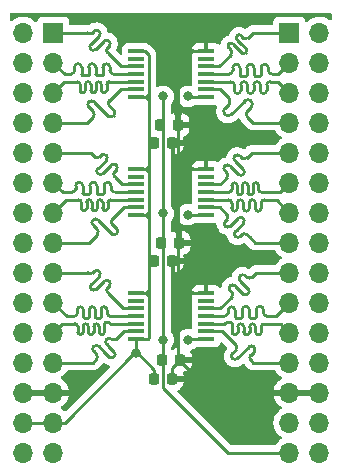
<source format=gtl>
G04 #@! TF.GenerationSoftware,KiCad,Pcbnew,(6.0.4)*
G04 #@! TF.CreationDate,2022-06-28T09:07:53+02:00*
G04 #@! TF.ProjectId,LevelShifter,4c657665-6c53-4686-9966-7465722e6b69,rev?*
G04 #@! TF.SameCoordinates,Original*
G04 #@! TF.FileFunction,Copper,L1,Top*
G04 #@! TF.FilePolarity,Positive*
%FSLAX46Y46*%
G04 Gerber Fmt 4.6, Leading zero omitted, Abs format (unit mm)*
G04 Created by KiCad (PCBNEW (6.0.4)) date 2022-06-28 09:07:53*
%MOMM*%
%LPD*%
G01*
G04 APERTURE LIST*
G04 Aperture macros list*
%AMRoundRect*
0 Rectangle with rounded corners*
0 $1 Rounding radius*
0 $2 $3 $4 $5 $6 $7 $8 $9 X,Y pos of 4 corners*
0 Add a 4 corners polygon primitive as box body*
4,1,4,$2,$3,$4,$5,$6,$7,$8,$9,$2,$3,0*
0 Add four circle primitives for the rounded corners*
1,1,$1+$1,$2,$3*
1,1,$1+$1,$4,$5*
1,1,$1+$1,$6,$7*
1,1,$1+$1,$8,$9*
0 Add four rect primitives between the rounded corners*
20,1,$1+$1,$2,$3,$4,$5,0*
20,1,$1+$1,$4,$5,$6,$7,0*
20,1,$1+$1,$6,$7,$8,$9,0*
20,1,$1+$1,$8,$9,$2,$3,0*%
G04 Aperture macros list end*
G04 #@! TA.AperFunction,SMDPad,CuDef*
%ADD10RoundRect,0.225000X0.225000X0.250000X-0.225000X0.250000X-0.225000X-0.250000X0.225000X-0.250000X0*%
G04 #@! TD*
G04 #@! TA.AperFunction,SMDPad,CuDef*
%ADD11R,1.404099X0.354800*%
G04 #@! TD*
G04 #@! TA.AperFunction,ComponentPad*
%ADD12R,1.700000X1.700000*%
G04 #@! TD*
G04 #@! TA.AperFunction,ComponentPad*
%ADD13O,1.700000X1.700000*%
G04 #@! TD*
G04 #@! TA.AperFunction,SMDPad,CuDef*
%ADD14RoundRect,0.225000X-0.225000X-0.250000X0.225000X-0.250000X0.225000X0.250000X-0.225000X0.250000X0*%
G04 #@! TD*
G04 #@! TA.AperFunction,ViaPad*
%ADD15C,0.800000*%
G04 #@! TD*
G04 #@! TA.AperFunction,Conductor*
%ADD16C,0.250000*%
G04 #@! TD*
G04 APERTURE END LIST*
D10*
X160575000Y-87800000D03*
X159025000Y-87800000D03*
D11*
X162949948Y-85449958D03*
X162949948Y-84799972D03*
X162949948Y-84149986D03*
X162949948Y-83500000D03*
X162949948Y-82850014D03*
X162949948Y-82200028D03*
X162949948Y-81550042D03*
X157050052Y-81550042D03*
X157050052Y-82200028D03*
X157050052Y-82850014D03*
X157050052Y-83500000D03*
X157050052Y-84149986D03*
X157050052Y-84799972D03*
X157050052Y-85449958D03*
D12*
X170000000Y-80000000D03*
D13*
X172540000Y-80000000D03*
X170000000Y-82540000D03*
X172540000Y-82540000D03*
X170000000Y-85080000D03*
X172540000Y-85080000D03*
X170000000Y-87620000D03*
X172540000Y-87620000D03*
X170000000Y-90160000D03*
X172540000Y-90160000D03*
X170000000Y-92700000D03*
X172540000Y-92700000D03*
X170000000Y-95240000D03*
X172540000Y-95240000D03*
X170000000Y-97780000D03*
X172540000Y-97780000D03*
X170000000Y-100320000D03*
X172540000Y-100320000D03*
X170000000Y-102860000D03*
X172540000Y-102860000D03*
X170000000Y-105400000D03*
X172540000Y-105400000D03*
X170000000Y-107940000D03*
X172540000Y-107940000D03*
X170000000Y-110480000D03*
X172540000Y-110480000D03*
X170000000Y-113020000D03*
X172540000Y-113020000D03*
X170000000Y-115560000D03*
X172540000Y-115560000D03*
D10*
X160775000Y-107700000D03*
X159225000Y-107700000D03*
X160675000Y-97800000D03*
X159125000Y-97800000D03*
D12*
X150000000Y-80000000D03*
D13*
X147460000Y-80000000D03*
X150000000Y-82540000D03*
X147460000Y-82540000D03*
X150000000Y-85080000D03*
X147460000Y-85080000D03*
X150000000Y-87620000D03*
X147460000Y-87620000D03*
X150000000Y-90160000D03*
X147460000Y-90160000D03*
X150000000Y-92700000D03*
X147460000Y-92700000D03*
X150000000Y-95240000D03*
X147460000Y-95240000D03*
X150000000Y-97780000D03*
X147460000Y-97780000D03*
X150000000Y-100320000D03*
X147460000Y-100320000D03*
X150000000Y-102860000D03*
X147460000Y-102860000D03*
X150000000Y-105400000D03*
X147460000Y-105400000D03*
X150000000Y-107940000D03*
X147460000Y-107940000D03*
X150000000Y-110480000D03*
X147460000Y-110480000D03*
X150000000Y-113020000D03*
X147460000Y-113020000D03*
X150000000Y-115560000D03*
X147460000Y-115560000D03*
D11*
X162949948Y-105949958D03*
X162949948Y-105299972D03*
X162949948Y-104649986D03*
X162949948Y-104000000D03*
X162949948Y-103350014D03*
X162949948Y-102700028D03*
X162949948Y-102050042D03*
X157050052Y-102050042D03*
X157050052Y-102700028D03*
X157050052Y-103350014D03*
X157050052Y-104000000D03*
X157050052Y-104649986D03*
X157050052Y-105299972D03*
X157050052Y-105949958D03*
D14*
X158525000Y-89300000D03*
X160075000Y-89300000D03*
X158525000Y-99300000D03*
X160075000Y-99300000D03*
X158525000Y-109300000D03*
X160075000Y-109300000D03*
D11*
X162949948Y-95449958D03*
X162949948Y-94799972D03*
X162949948Y-94149986D03*
X162949948Y-93500000D03*
X162949948Y-92850014D03*
X162949948Y-92200028D03*
X162949948Y-91550042D03*
X157050052Y-91550042D03*
X157050052Y-92200028D03*
X157050052Y-92850014D03*
X157050052Y-93500000D03*
X157050052Y-94149986D03*
X157050052Y-94799972D03*
X157050052Y-95449958D03*
D15*
X160600000Y-96600000D03*
X160600000Y-86700000D03*
X161800000Y-108800000D03*
X157050052Y-107149948D03*
X161400000Y-106000000D03*
X159300000Y-85400000D03*
X159300000Y-95300000D03*
X159300000Y-106000000D03*
X161400000Y-85400000D03*
X161400000Y-95400000D03*
D16*
X165211690Y-80951030D02*
X165403555Y-81142895D01*
X166302525Y-81688309D02*
X166302526Y-81688308D01*
X165580332Y-81319668D02*
X165948972Y-81688308D01*
X162949948Y-82850014D02*
X164049986Y-82850014D01*
X164049986Y-82850014D02*
X165050000Y-81850000D01*
X165050001Y-81496446D02*
X164858137Y-81304582D01*
X165050000Y-81496448D02*
X165050001Y-81496446D01*
X165403555Y-81142895D02*
X165580331Y-81319671D01*
X166464219Y-80435784D02*
X166900000Y-80000000D01*
X165580331Y-81319671D02*
X165580332Y-81319668D01*
X166302526Y-81334754D02*
X165933885Y-80966113D01*
X165933885Y-80966113D02*
X165565246Y-80597474D01*
X166900000Y-80000000D02*
X170000000Y-80000000D01*
X166464218Y-80435784D02*
X166464219Y-80435784D01*
X164858138Y-80951029D02*
X164858136Y-80951030D01*
X165565245Y-80243921D02*
X165565246Y-80243920D01*
X165918800Y-80243920D02*
X166110665Y-80435785D01*
X165211690Y-80951030D02*
G75*
G03*
X164858136Y-80951030I-176777J-176778D01*
G01*
X166302476Y-81688260D02*
G75*
G02*
X165948973Y-81688307I-176776J176760D01*
G01*
X164858132Y-80951023D02*
G75*
G03*
X164858137Y-81304582I176768J-176777D01*
G01*
X165565248Y-80243924D02*
G75*
G03*
X165565246Y-80597474I176752J-176776D01*
G01*
X165918800Y-80243920D02*
G75*
G03*
X165565246Y-80243920I-176777J-176778D01*
G01*
X166464177Y-80435743D02*
G75*
G02*
X166110665Y-80435785I-176777J176743D01*
G01*
X165050023Y-81496425D02*
G75*
G02*
X165049999Y-81849999I-176823J-176775D01*
G01*
X166302556Y-81334724D02*
G75*
G02*
X166302525Y-81688307I-176856J-176776D01*
G01*
X167600000Y-83500000D02*
X167600000Y-82964591D01*
X167092704Y-83685409D02*
X167507296Y-83685409D01*
X168200000Y-82964591D02*
X168200000Y-83200000D01*
X165800000Y-82964591D02*
X165800000Y-83200000D01*
X166400000Y-83592705D02*
X166400000Y-83500000D01*
X162949948Y-83500000D02*
X164900000Y-83500000D01*
X166400000Y-83500000D02*
X166400000Y-82964591D01*
X167000000Y-82964591D02*
X167000000Y-83500000D01*
X168500000Y-83500000D02*
X169040000Y-83500000D01*
X165892704Y-83685409D02*
X166307296Y-83685409D01*
X165800000Y-83200000D02*
X165800000Y-83592705D01*
X167000000Y-83500000D02*
X167000000Y-83592705D01*
X167600000Y-83592705D02*
X167600000Y-83500000D01*
X165200000Y-83200000D02*
X165200000Y-82964591D01*
X169040000Y-83500000D02*
X170000000Y-82540000D01*
X166700000Y-82664600D02*
G75*
G03*
X166400000Y-82964591I0J-300000D01*
G01*
X167000009Y-82964591D02*
G75*
G03*
X166700000Y-82664591I-300009J-9D01*
G01*
X165800009Y-82964591D02*
G75*
G03*
X165500000Y-82664591I-300009J-9D01*
G01*
X168200009Y-82964591D02*
G75*
G03*
X167900000Y-82664591I-300009J-9D01*
G01*
X167600009Y-83592705D02*
G75*
G02*
X167507296Y-83685409I-92709J5D01*
G01*
X165500000Y-82664600D02*
G75*
G03*
X165200000Y-82964591I0J-300000D01*
G01*
X166400009Y-83592705D02*
G75*
G02*
X166307296Y-83685409I-92709J5D01*
G01*
X167092704Y-83685400D02*
G75*
G02*
X167000000Y-83592705I-4J92700D01*
G01*
X165892704Y-83685400D02*
G75*
G02*
X165800000Y-83592705I-4J92700D01*
G01*
X167900000Y-82664600D02*
G75*
G03*
X167600000Y-82964591I0J-300000D01*
G01*
X168500000Y-83500000D02*
G75*
G02*
X168200000Y-83200000I0J300000D01*
G01*
X165200000Y-83200000D02*
G75*
G02*
X164900000Y-83500000I-300000J0D01*
G01*
X168074986Y-84871816D02*
X168074986Y-84424986D01*
X165324986Y-84424986D02*
X165324986Y-84871816D01*
X166424986Y-84424986D02*
X166424986Y-84871816D01*
X165874986Y-84871816D02*
X165874986Y-84424986D01*
X162949948Y-84149986D02*
X165049986Y-84149986D01*
X168349986Y-84149986D02*
X169069986Y-84149986D01*
X166974986Y-84871816D02*
X166974986Y-84424986D01*
X167524986Y-84424986D02*
X167524986Y-84871816D01*
X169069986Y-84149986D02*
X170000000Y-85080000D01*
X166425014Y-84424986D02*
G75*
G03*
X166149986Y-84149986I-275014J-14D01*
G01*
X168075016Y-84871816D02*
G75*
G02*
X167799986Y-85146816I-275016J16D01*
G01*
X166975016Y-84871816D02*
G75*
G02*
X166699986Y-85146816I-275016J16D01*
G01*
X167799986Y-85146814D02*
G75*
G02*
X167524986Y-84871816I14J275014D01*
G01*
X168349986Y-84149986D02*
G75*
G03*
X168074986Y-84424986I14J-275014D01*
G01*
X165325014Y-84424986D02*
G75*
G03*
X165049986Y-84149986I-275014J-14D01*
G01*
X166699986Y-85146814D02*
G75*
G02*
X166424986Y-84871816I14J275014D01*
G01*
X167525014Y-84424986D02*
G75*
G03*
X167249986Y-84149986I-275014J-14D01*
G01*
X166149986Y-84149986D02*
G75*
G03*
X165874986Y-84424986I14J-275014D01*
G01*
X165599986Y-85146814D02*
G75*
G02*
X165324986Y-84871816I14J275014D01*
G01*
X167249986Y-84149986D02*
G75*
G03*
X166974986Y-84424986I14J-275014D01*
G01*
X165875016Y-84871816D02*
G75*
G02*
X165599986Y-85146816I-275016J16D01*
G01*
X166920000Y-87620000D02*
X170000000Y-87620000D01*
X166618448Y-87318448D02*
X166920000Y-87620000D01*
X165071387Y-86919602D02*
X165071386Y-86919603D01*
X165071386Y-86919603D02*
X166219601Y-85771384D01*
X164850000Y-86080330D02*
X164541056Y-86389273D01*
X166440988Y-87140988D02*
X166618448Y-87318448D01*
X166749933Y-86301716D02*
X166440988Y-86610658D01*
X166749932Y-86301717D02*
X166749933Y-86301716D01*
X162949948Y-84799972D02*
X164099972Y-84799972D01*
X164099972Y-84799972D02*
X164850000Y-85550000D01*
X164849999Y-86080331D02*
X164850000Y-86080330D01*
X165071365Y-86919580D02*
G75*
G02*
X164541057Y-86919602I-265165J265180D01*
G01*
X164850034Y-86080366D02*
G75*
G03*
X164850000Y-85550000I-265234J265166D01*
G01*
X166441012Y-87140964D02*
G75*
G02*
X166440989Y-86610659I265188J265164D01*
G01*
X166749980Y-86301765D02*
G75*
G03*
X166749932Y-85771387I-265180J265165D01*
G01*
X164541094Y-86919565D02*
G75*
G02*
X164541056Y-86389273I265106J265165D01*
G01*
X166749967Y-85771352D02*
G75*
G03*
X166219601Y-85771384I-265167J-265248D01*
G01*
X166096969Y-91575644D02*
X165374356Y-90853030D01*
X164675000Y-91850736D02*
X164525825Y-91701561D01*
X166790000Y-90160000D02*
X170000000Y-90160000D01*
X164099986Y-92850014D02*
X164675000Y-92275000D01*
X162949948Y-92850014D02*
X164099986Y-92850014D01*
X164950091Y-91277296D02*
X165672705Y-91999909D01*
X164950091Y-91277297D02*
X164950091Y-91277296D01*
X166372062Y-90577941D02*
X166790000Y-90160000D01*
X165798622Y-90428765D02*
X165947798Y-90577941D01*
X165798622Y-90428766D02*
X165798622Y-90428765D01*
X166096969Y-91575643D02*
X166096969Y-91575644D01*
X164525797Y-91277269D02*
G75*
G03*
X164525826Y-91701560I212203J-212131D01*
G01*
X166372061Y-90577940D02*
G75*
G02*
X165947799Y-90577940I-212131J212131D01*
G01*
X166096968Y-91999908D02*
G75*
G02*
X165672706Y-91999908I-212131J212131D01*
G01*
X165374358Y-90428768D02*
G75*
G03*
X165374356Y-90853030I212142J-212132D01*
G01*
X164674968Y-91850768D02*
G75*
G02*
X164675000Y-92275000I-212068J-212132D01*
G01*
X166096944Y-91575668D02*
G75*
G02*
X166096968Y-91999908I-212144J-212132D01*
G01*
X165798621Y-90428767D02*
G75*
G03*
X165374357Y-90428767I-212132J-212130D01*
G01*
X164950090Y-91277298D02*
G75*
G03*
X164525826Y-91277298I-212132J-212130D01*
G01*
X166925000Y-93598142D02*
X166925000Y-93500000D01*
X166573142Y-93696284D02*
X166826858Y-93696284D01*
X167897600Y-93500000D02*
X169200000Y-93500000D01*
X166925000Y-93500000D02*
X166925000Y-92928716D01*
X165125000Y-93275000D02*
X165125000Y-92928716D01*
X166475000Y-92928716D02*
X166475000Y-93500000D01*
X165673142Y-93696284D02*
X165926858Y-93696284D01*
X166025000Y-93598142D02*
X166025000Y-93500000D01*
X165575000Y-93275000D02*
X165575000Y-93598142D01*
X165575000Y-92928716D02*
X165575000Y-93275000D01*
X169200000Y-93500000D02*
X170000000Y-92700000D01*
X166025000Y-93500000D02*
X166025000Y-92928716D01*
X167375000Y-92928716D02*
X167375000Y-93275000D01*
X167600000Y-93500000D02*
X167897600Y-93500000D01*
X166475000Y-93500000D02*
X166475000Y-93598142D01*
X162949948Y-93500000D02*
X164900000Y-93500000D01*
X166025084Y-93598142D02*
G75*
G02*
X165926858Y-93696284I-98184J42D01*
G01*
X165125000Y-93275000D02*
G75*
G02*
X164900000Y-93500000I-225000J0D01*
G01*
X167150000Y-92703700D02*
G75*
G03*
X166925000Y-92928716I0J-225000D01*
G01*
X166573142Y-93696200D02*
G75*
G02*
X166475000Y-93598142I-42J98100D01*
G01*
X165673142Y-93696200D02*
G75*
G02*
X165575000Y-93598142I-42J98100D01*
G01*
X167600000Y-93500000D02*
G75*
G02*
X167375000Y-93275000I0J225000D01*
G01*
X166925084Y-93598142D02*
G75*
G02*
X166826858Y-93696284I-98184J42D01*
G01*
X165574984Y-92928716D02*
G75*
G03*
X165350000Y-92703716I-224984J16D01*
G01*
X167374984Y-92928716D02*
G75*
G03*
X167150000Y-92703716I-224984J16D01*
G01*
X165350000Y-92703700D02*
G75*
G03*
X165125000Y-92928716I0J-225000D01*
G01*
X166250000Y-92703700D02*
G75*
G03*
X166025000Y-92928716I0J-225000D01*
G01*
X166474984Y-92928716D02*
G75*
G03*
X166250000Y-92703716I-224984J16D01*
G01*
X167849986Y-94149986D02*
X167899986Y-94149986D01*
X168909986Y-94149986D02*
X170000000Y-95240000D01*
X167099986Y-94399986D02*
X167099986Y-94864308D01*
X167599986Y-94864308D02*
X167599986Y-94399986D01*
X162949948Y-94149986D02*
X164849986Y-94149986D01*
X165099986Y-94399986D02*
X165099986Y-94864308D01*
X166099986Y-94399986D02*
X166099986Y-94864308D01*
X165599986Y-94864308D02*
X165599986Y-94399986D01*
X166599986Y-94864308D02*
X166599986Y-94399986D01*
X167899986Y-94149986D02*
X168909986Y-94149986D01*
X166349986Y-95114314D02*
G75*
G02*
X166099986Y-94864308I14J250014D01*
G01*
X165349986Y-95114314D02*
G75*
G02*
X165099986Y-94864308I14J250014D01*
G01*
X167600008Y-94864308D02*
G75*
G02*
X167349986Y-95114308I-250008J8D01*
G01*
X165600008Y-94864308D02*
G75*
G02*
X165349986Y-95114308I-250008J8D01*
G01*
X167349986Y-95114314D02*
G75*
G02*
X167099986Y-94864308I14J250014D01*
G01*
X165100014Y-94399986D02*
G75*
G03*
X164849986Y-94149986I-250014J-14D01*
G01*
X167100014Y-94399986D02*
G75*
G03*
X166849986Y-94149986I-250014J-14D01*
G01*
X166849986Y-94149986D02*
G75*
G03*
X166599986Y-94399986I14J-250014D01*
G01*
X165849986Y-94149986D02*
G75*
G03*
X165599986Y-94399986I14J-250014D01*
G01*
X167849986Y-94149986D02*
G75*
G03*
X167599986Y-94399986I14J-250014D01*
G01*
X166600008Y-94864308D02*
G75*
G02*
X166349986Y-95114308I-250008J8D01*
G01*
X166100014Y-94399986D02*
G75*
G03*
X165849986Y-94149986I-250014J-14D01*
G01*
X164099972Y-94799972D02*
X164700000Y-95400000D01*
X164699999Y-95824265D02*
X164700000Y-95824264D01*
X164977448Y-96395343D02*
X165659986Y-95712801D01*
X166084251Y-96137068D02*
X166084252Y-96137067D01*
X164700000Y-95824264D02*
X164553184Y-95971079D01*
X162949948Y-94799972D02*
X164099972Y-94799972D01*
X166084252Y-96137067D02*
X165548525Y-96672790D01*
X166628783Y-97328783D02*
X167080000Y-97780000D01*
X167080000Y-97780000D02*
X170000000Y-97780000D01*
X165825974Y-97243869D02*
X165972789Y-97097053D01*
X164977449Y-96395342D02*
X164977448Y-96395343D01*
X166397053Y-97097053D02*
X166628783Y-97328783D01*
X165548525Y-96672790D02*
X165401710Y-96819605D01*
X165825975Y-97243868D02*
X165825974Y-97243869D01*
X165825933Y-97243826D02*
G75*
G02*
X165401710Y-97243869I-212133J212126D01*
G01*
X165401747Y-97243832D02*
G75*
G02*
X165401710Y-96819605I212053J212132D01*
G01*
X166084216Y-96137033D02*
G75*
G03*
X166084252Y-95712803I-212116J212133D01*
G01*
X166397052Y-97097054D02*
G75*
G03*
X165972790Y-97097054I-212131J-212131D01*
G01*
X164699967Y-95824232D02*
G75*
G03*
X164700000Y-95400000I-212067J212132D01*
G01*
X164553196Y-96395331D02*
G75*
G02*
X164553185Y-95971080I212104J212131D01*
G01*
X166084233Y-95712822D02*
G75*
G03*
X165659987Y-95712802I-212133J-212078D01*
G01*
X164977433Y-96395326D02*
G75*
G02*
X164553184Y-96395343I-212133J212126D01*
G01*
X165100000Y-101975736D02*
X164967422Y-101843158D01*
X165391688Y-101418893D02*
X166081108Y-102108312D01*
X166797062Y-100702941D02*
X167066335Y-100433665D01*
X165391688Y-101418894D02*
X165391688Y-101418893D01*
X166240219Y-100570363D02*
X166240219Y-100570362D01*
X167180000Y-100320000D02*
X170000000Y-100320000D01*
X162949948Y-103350014D02*
X164149986Y-103350014D01*
X166505372Y-101684047D02*
X165815953Y-100994627D01*
X167066335Y-100433665D02*
X167180000Y-100320000D01*
X166240219Y-100570362D02*
X166372798Y-100702941D01*
X164149986Y-103350014D02*
X165100000Y-102400000D01*
X166505372Y-101684046D02*
X166505372Y-101684047D01*
X166240218Y-100570364D02*
G75*
G03*
X165815954Y-100570364I-212132J-212130D01*
G01*
X165815958Y-100570368D02*
G75*
G03*
X165815953Y-100994627I212142J-212132D01*
G01*
X164967397Y-101418869D02*
G75*
G03*
X164967423Y-101843157I212203J-212131D01*
G01*
X165099968Y-101975768D02*
G75*
G02*
X165100000Y-102400000I-212068J-212132D01*
G01*
X166505371Y-102108311D02*
G75*
G02*
X166081109Y-102108311I-212131J212131D01*
G01*
X165391687Y-101418895D02*
G75*
G03*
X164967423Y-101418895I-212132J-212130D01*
G01*
X166797061Y-100702940D02*
G75*
G02*
X166372799Y-100702940I-212131J212131D01*
G01*
X166505351Y-101684067D02*
G75*
G02*
X166505372Y-102108312I-212151J-212133D01*
G01*
X166000000Y-104093977D02*
X166000000Y-104000000D01*
X167200000Y-104093977D02*
X167200000Y-104000000D01*
X162949948Y-104000000D02*
X164500000Y-104000000D01*
X167800000Y-103462047D02*
X167800000Y-103700000D01*
X166693976Y-104187953D02*
X167106024Y-104187953D01*
X168860000Y-104000000D02*
X170000000Y-102860000D01*
X166000000Y-104000000D02*
X166000000Y-103462047D01*
X168100000Y-104000000D02*
X168647941Y-104000000D01*
X165400000Y-103700000D02*
X165400000Y-104093977D01*
X168647941Y-104000000D02*
X168860000Y-104000000D01*
X165400000Y-103512047D02*
X165400000Y-103700000D01*
X164800000Y-103700000D02*
X164800000Y-103512047D01*
X165493976Y-104187953D02*
X165906024Y-104187953D01*
X166600000Y-103462047D02*
X166600000Y-104000000D01*
X167200000Y-104000000D02*
X167200000Y-103462047D01*
X166600000Y-104000000D02*
X166600000Y-104093977D01*
X167500000Y-103162000D02*
G75*
G03*
X167200000Y-103462047I0J-300000D01*
G01*
X165399953Y-103512047D02*
G75*
G03*
X165100000Y-103212047I-299953J47D01*
G01*
X164800000Y-103700000D02*
G75*
G02*
X164500000Y-104000000I-300000J0D01*
G01*
X168100000Y-104000000D02*
G75*
G02*
X167800000Y-103700000I0J300000D01*
G01*
X165999953Y-104093977D02*
G75*
G02*
X165906024Y-104187953I-93953J-23D01*
G01*
X167799953Y-103462047D02*
G75*
G03*
X167500000Y-103162047I-299953J47D01*
G01*
X166693976Y-104188000D02*
G75*
G02*
X166600000Y-104093977I24J94000D01*
G01*
X166300000Y-103162000D02*
G75*
G03*
X166000000Y-103462047I0J-300000D01*
G01*
X167199953Y-104093977D02*
G75*
G02*
X167106024Y-104187953I-93953J-23D01*
G01*
X165493976Y-104188000D02*
G75*
G02*
X165400000Y-104093977I24J94000D01*
G01*
X166599953Y-103462047D02*
G75*
G03*
X166300000Y-103162047I-299953J47D01*
G01*
X165100000Y-103212000D02*
G75*
G03*
X164800000Y-103512047I0J-300000D01*
G01*
X164619785Y-104580215D02*
X164619785Y-104580214D01*
X165625014Y-105339529D02*
X165625014Y-104899986D01*
X165119785Y-104580214D02*
X165119785Y-104580215D01*
X165119785Y-104649986D02*
X165125014Y-104649986D01*
X166125014Y-104899986D02*
X166125014Y-105339529D01*
X168945732Y-104649986D02*
X169249986Y-104649986D01*
X169249986Y-104649986D02*
X170000000Y-105400000D01*
X167125014Y-104899986D02*
X167125014Y-105339529D01*
X162949948Y-104649986D02*
X164550014Y-104649986D01*
X166625014Y-105339529D02*
X166625014Y-104899986D01*
X167625014Y-105339529D02*
X167625014Y-104899986D01*
X165125014Y-104649986D02*
X165125014Y-105339529D01*
X164689556Y-104510443D02*
X165050014Y-104510443D01*
X167875014Y-104649986D02*
X168945732Y-104649986D01*
X165119785Y-104580215D02*
X165119785Y-104649986D01*
X167125014Y-104899986D02*
G75*
G03*
X166875014Y-104649986I-250014J-14D01*
G01*
X166375014Y-105589486D02*
G75*
G02*
X166125014Y-105339529I-14J249986D01*
G01*
X167625029Y-105339529D02*
G75*
G02*
X167375014Y-105589529I-250029J29D01*
G01*
X165119757Y-104580214D02*
G75*
G03*
X165050014Y-104510443I-69757J14D01*
G01*
X165625029Y-105339529D02*
G75*
G02*
X165375014Y-105589529I-250029J29D01*
G01*
X164619786Y-104580215D02*
G75*
G02*
X164550014Y-104649986I-69786J15D01*
G01*
X167875014Y-104650014D02*
G75*
G03*
X167625014Y-104899986I-14J-249986D01*
G01*
X165375014Y-105589486D02*
G75*
G02*
X165125014Y-105339529I-14J249986D01*
G01*
X166625029Y-105339529D02*
G75*
G02*
X166375014Y-105589529I-250029J29D01*
G01*
X167375014Y-105589486D02*
G75*
G02*
X167125014Y-105339529I-14J249986D01*
G01*
X164689556Y-104510385D02*
G75*
G03*
X164619785Y-104580214I44J-69815D01*
G01*
X166125014Y-104899986D02*
G75*
G03*
X165875014Y-104649986I-250014J-14D01*
G01*
X166875014Y-104650014D02*
G75*
G03*
X166625014Y-104899986I-14J-249986D01*
G01*
X165875014Y-104650014D02*
G75*
G03*
X165625014Y-104899986I-14J-249986D01*
G01*
X165449999Y-106874265D02*
X165450000Y-106874264D01*
X165450000Y-106874264D02*
X165167157Y-107157106D01*
X165591421Y-107581370D02*
X166581368Y-106591419D01*
X164299972Y-105299972D02*
X165450000Y-106450000D01*
X166722790Y-107722790D02*
X166940000Y-107940000D01*
X167005633Y-107015686D02*
X167005634Y-107015685D01*
X166940000Y-107940000D02*
X170000000Y-107940000D01*
X162949948Y-105299972D02*
X164299972Y-105299972D01*
X167005634Y-107015685D02*
X166722790Y-107298526D01*
X165591422Y-107581369D02*
X165591421Y-107581370D01*
X165449967Y-106874232D02*
G75*
G03*
X165450000Y-106450000I-212067J212132D01*
G01*
X167005634Y-106591421D02*
G75*
G03*
X166581368Y-106591419I-212134J-212179D01*
G01*
X166722748Y-107722832D02*
G75*
G02*
X166722790Y-107298526I212152J212132D01*
G01*
X165167196Y-107581331D02*
G75*
G02*
X165167158Y-107157107I212104J212131D01*
G01*
X165591433Y-107581380D02*
G75*
G02*
X165167157Y-107581370I-212133J212180D01*
G01*
X167005680Y-107015733D02*
G75*
G03*
X167005634Y-106591421I-212180J212133D01*
G01*
X160600000Y-102100000D02*
X160600000Y-96600000D01*
X160600000Y-96600000D02*
X160600000Y-91600000D01*
X160600000Y-91600000D02*
X160600000Y-86700000D01*
X170000000Y-110480000D02*
X163480000Y-110480000D01*
X160649958Y-91550042D02*
X160600000Y-91600000D01*
X162949948Y-91550042D02*
X160649958Y-91550042D01*
X160075000Y-109300000D02*
X160075000Y-108400000D01*
X160600000Y-86700000D02*
X160600000Y-82700000D01*
X160600000Y-82700000D02*
X161749958Y-81550042D01*
X160600000Y-107600000D02*
X160600000Y-102100000D01*
X161749958Y-81550042D02*
X162949948Y-81550042D01*
X163480000Y-110480000D02*
X160600000Y-107600000D01*
X162949948Y-102050042D02*
X160649958Y-102050042D01*
X160649958Y-102050042D02*
X160600000Y-102100000D01*
X160075000Y-108400000D02*
X160775000Y-107700000D01*
X158076612Y-85223388D02*
X158076612Y-81876612D01*
X158076612Y-105875447D02*
X158076612Y-102276612D01*
X157050052Y-102050042D02*
X157850042Y-102050042D01*
X157849958Y-85449958D02*
X157850042Y-85449958D01*
X158076612Y-101823388D02*
X158076612Y-95676612D01*
X158003266Y-91550042D02*
X158076612Y-91623388D01*
X157850042Y-102049958D02*
X158076612Y-101823388D01*
X158076612Y-95223388D02*
X158076612Y-95123388D01*
X157050052Y-107149948D02*
X157050052Y-105949958D01*
X158076612Y-91876612D02*
X158076612Y-91623388D01*
X157850042Y-95449958D02*
X158076612Y-95223388D01*
X158003266Y-95449958D02*
X158076612Y-95376612D01*
X157849958Y-85449958D02*
X158023388Y-85623388D01*
X157850042Y-102049958D02*
X157850042Y-102050042D01*
X158076612Y-95123388D02*
X158076612Y-91876612D01*
X158076612Y-95376612D02*
X158076612Y-95123388D01*
X147460000Y-113020000D02*
X150000000Y-113020000D01*
X157849958Y-85449958D02*
X158049958Y-85449958D01*
X158076612Y-91323388D02*
X158076612Y-85623388D01*
X157050052Y-105949958D02*
X158002101Y-105949958D01*
X157850042Y-95449958D02*
X157850042Y-95450042D01*
X158525000Y-108524948D02*
X157150000Y-107149948D01*
X157150000Y-107149948D02*
X157050052Y-107149948D01*
X157050052Y-91550042D02*
X157850042Y-91550042D01*
X156850052Y-107149948D02*
X157050052Y-107149948D01*
X157850042Y-95449958D02*
X158003266Y-95449958D01*
X157050052Y-95449958D02*
X157850042Y-95449958D01*
X150980000Y-113020000D02*
X156850052Y-107149948D01*
X158525000Y-109300000D02*
X158525000Y-108524948D01*
X158076612Y-85476612D02*
X158076612Y-85223388D01*
X158076612Y-101976612D02*
X158076612Y-101823388D01*
X157050052Y-85449958D02*
X157849958Y-85449958D01*
X158076612Y-91776612D02*
X158076612Y-91876612D01*
X157850042Y-85449958D02*
X158076612Y-85223388D01*
X158076612Y-91623388D02*
X158076612Y-91323388D01*
X157850042Y-102050042D02*
X158003182Y-102050042D01*
X157850042Y-91550042D02*
X158003266Y-91550042D01*
X157850042Y-102050042D02*
X158076612Y-102276612D01*
X157850042Y-95450042D02*
X158076612Y-95676612D01*
X158076612Y-102276612D02*
X158076612Y-101976612D01*
X158003182Y-102050042D02*
X158076612Y-101976612D01*
X158002101Y-105949958D02*
X158076612Y-105875447D01*
X157850042Y-91550042D02*
X158076612Y-91776612D01*
X158049958Y-85449958D02*
X158076612Y-85476612D01*
X157750042Y-81550042D02*
X157050052Y-81550042D01*
X158023388Y-85623388D02*
X158076612Y-85623388D01*
X158076612Y-85623388D02*
X158076612Y-85476612D01*
X158076612Y-95676612D02*
X158076612Y-95376612D01*
X157850042Y-91549958D02*
X158076612Y-91323388D01*
X157850042Y-91550042D02*
X157850042Y-91549958D01*
X158076612Y-81876612D02*
X157750042Y-81550042D01*
X150000000Y-113020000D02*
X150980000Y-113020000D01*
X159300000Y-85400000D02*
X159300000Y-95300000D01*
X161449958Y-85449958D02*
X161400000Y-85400000D01*
X162949948Y-85449958D02*
X161449958Y-85449958D01*
X159300000Y-95300000D02*
X159300000Y-106000000D01*
X159300000Y-106000000D02*
X159300000Y-110100000D01*
X159300000Y-110100000D02*
X164760000Y-115560000D01*
X162949948Y-105949958D02*
X161450042Y-105949958D01*
X161450042Y-105949958D02*
X161400000Y-106000000D01*
X164760000Y-115560000D02*
X170000000Y-115560000D01*
X162949948Y-95449958D02*
X161449958Y-95449958D01*
X161449958Y-95449958D02*
X161400000Y-95400000D01*
X153748527Y-80424263D02*
X153182899Y-80989890D01*
X154738418Y-81131427D02*
X154597053Y-81272789D01*
X153607163Y-81414154D02*
X153960658Y-81060658D01*
X154597053Y-81697053D02*
X155750014Y-82850014D01*
X150000000Y-80000000D02*
X152900000Y-80000000D01*
X154738417Y-81131428D02*
X154738418Y-81131427D01*
X153889892Y-80282901D02*
X153748527Y-80424263D01*
X153324264Y-80000000D02*
X153465628Y-79858637D01*
X153960658Y-81060658D02*
X154314152Y-80707161D01*
X153324265Y-79999999D02*
X153324264Y-80000000D01*
X155750014Y-82850014D02*
X157050052Y-82850014D01*
X153607164Y-81414153D02*
X153607163Y-81414154D01*
X153889891Y-80282902D02*
X153889892Y-80282901D01*
X153889922Y-80282933D02*
G75*
G03*
X153889892Y-79858637I-212122J212133D01*
G01*
X153889891Y-79858638D02*
G75*
G03*
X153465629Y-79858638I-212131J-212131D01*
G01*
X154738434Y-80707147D02*
G75*
G03*
X154314152Y-80707161I-212134J-212153D01*
G01*
X153182921Y-81414132D02*
G75*
G02*
X153182899Y-80989890I212079J212132D01*
G01*
X154738422Y-81131433D02*
G75*
G03*
X154738418Y-80707163I-212122J212133D01*
G01*
X153607133Y-81414122D02*
G75*
G02*
X153182899Y-81414154I-212133J212122D01*
G01*
X154597075Y-81697031D02*
G75*
G02*
X154597054Y-81272790I212125J212131D01*
G01*
X153324232Y-79999967D02*
G75*
G02*
X152900000Y-80000000I-212132J212067D01*
G01*
X153000000Y-83500000D02*
X153000000Y-82924591D01*
X155512107Y-83500000D02*
X157050052Y-83500000D01*
X154200000Y-83562705D02*
X154200000Y-83500000D01*
X154800000Y-82924591D02*
X154800000Y-83200000D01*
X150960000Y-83500000D02*
X151500000Y-83500000D01*
X152400000Y-82924591D02*
X152400000Y-83200000D01*
X152400000Y-83200000D02*
X152400000Y-83562705D01*
X151800000Y-83200000D02*
X151800000Y-82924591D01*
X150000000Y-82540000D02*
X150960000Y-83500000D01*
X155100000Y-83500000D02*
X155512107Y-83500000D01*
X153600000Y-82924591D02*
X153600000Y-83500000D01*
X154200000Y-83500000D02*
X154200000Y-82924591D01*
X153600000Y-83500000D02*
X153600000Y-83562705D01*
X153662704Y-83625409D02*
X154137296Y-83625409D01*
X152462704Y-83625409D02*
X152937296Y-83625409D01*
X153000000Y-83562705D02*
X153000000Y-83500000D01*
X154500000Y-82624600D02*
G75*
G03*
X154200000Y-82924591I0J-300000D01*
G01*
X155100000Y-83500000D02*
G75*
G02*
X154800000Y-83200000I0J300000D01*
G01*
X152100000Y-82624600D02*
G75*
G03*
X151800000Y-82924591I0J-300000D01*
G01*
X152400009Y-82924591D02*
G75*
G03*
X152100000Y-82624591I-300009J-9D01*
G01*
X154200009Y-83562705D02*
G75*
G02*
X154137296Y-83625409I-62709J5D01*
G01*
X153000009Y-83562705D02*
G75*
G02*
X152937296Y-83625409I-62709J5D01*
G01*
X153662704Y-83625400D02*
G75*
G02*
X153600000Y-83562705I-4J62700D01*
G01*
X153600009Y-82924591D02*
G75*
G03*
X153300000Y-82624591I-300009J-9D01*
G01*
X153300000Y-82624600D02*
G75*
G03*
X153000000Y-82924591I0J-300000D01*
G01*
X151800000Y-83200000D02*
G75*
G02*
X151500000Y-83500000I-300000J0D01*
G01*
X152462704Y-83625400D02*
G75*
G02*
X152400000Y-83562705I-4J62700D01*
G01*
X154800009Y-82924591D02*
G75*
G03*
X154500000Y-82624591I-300009J-9D01*
G01*
X154525014Y-84878938D02*
X154525014Y-84374986D01*
X153625014Y-84878938D02*
X153625014Y-84374986D01*
X154750014Y-84149986D02*
X154800014Y-84149986D01*
X154075014Y-84374986D02*
X154075014Y-84878938D01*
X152275014Y-84374986D02*
X152275014Y-84878938D01*
X150930014Y-84149986D02*
X152050014Y-84149986D01*
X152725014Y-84878938D02*
X152725014Y-84374986D01*
X150000000Y-85080000D02*
X150930014Y-84149986D01*
X153175014Y-84374986D02*
X153175014Y-84878938D01*
X154800014Y-84149986D02*
X157050052Y-84149986D01*
X154525038Y-84878938D02*
G75*
G02*
X154300014Y-85103938I-225038J38D01*
G01*
X153175014Y-84374986D02*
G75*
G03*
X152950014Y-84149986I-225014J-14D01*
G01*
X154750014Y-84150014D02*
G75*
G03*
X154525014Y-84374986I-14J-224986D01*
G01*
X154300014Y-85103886D02*
G75*
G02*
X154075014Y-84878938I-14J224986D01*
G01*
X152725038Y-84878938D02*
G75*
G02*
X152500014Y-85103938I-225038J38D01*
G01*
X153400014Y-85103886D02*
G75*
G02*
X153175014Y-84878938I-14J224986D01*
G01*
X152500014Y-85103886D02*
G75*
G02*
X152275014Y-84878938I-14J224986D01*
G01*
X152950014Y-84150014D02*
G75*
G03*
X152725014Y-84374986I-14J-224986D01*
G01*
X153625038Y-84878938D02*
G75*
G02*
X153400014Y-85103938I-225038J38D01*
G01*
X153850014Y-84150014D02*
G75*
G03*
X153625014Y-84374986I-14J-224986D01*
G01*
X152275014Y-84374986D02*
G75*
G03*
X152050014Y-84149986I-225014J-14D01*
G01*
X154075014Y-84374986D02*
G75*
G03*
X153850014Y-84149986I-225014J-14D01*
G01*
X152880000Y-87620000D02*
X150000000Y-87620000D01*
X154060572Y-86439430D02*
X154060569Y-86439431D01*
X155700028Y-84799972D02*
X154750000Y-85750000D01*
X154060569Y-86439431D02*
X153473857Y-85852719D01*
X154750000Y-86209620D02*
X155106902Y-86566522D01*
X157050052Y-84799972D02*
X155700028Y-84799972D01*
X153014238Y-85852720D02*
X153014238Y-85852719D01*
X153181483Y-87318517D02*
X152880000Y-87620000D01*
X153371139Y-87128859D02*
X153371139Y-87128858D01*
X153014238Y-86312337D02*
X153014238Y-86312338D01*
X154647283Y-87026142D02*
X154647283Y-87026141D01*
X153371139Y-87128858D02*
X153181483Y-87318517D01*
X154647283Y-87026141D02*
X154060572Y-86439430D01*
X153014238Y-86312338D02*
X153371139Y-86669239D01*
X155106902Y-87026142D02*
X155106901Y-87026142D01*
X153014267Y-86312308D02*
G75*
G02*
X153014239Y-85852720I229733J229808D01*
G01*
X154647283Y-87026142D02*
G75*
G03*
X155106901Y-87026142I229809J229812D01*
G01*
X153014190Y-85852672D02*
G75*
G02*
X153473857Y-85852719I229810J-229828D01*
G01*
X154750010Y-86209610D02*
G75*
G02*
X154750000Y-85750000I229790J229810D01*
G01*
X155106870Y-87026110D02*
G75*
G03*
X155106902Y-86566522I-229770J229810D01*
G01*
X153371090Y-87128810D02*
G75*
G03*
X153371139Y-86669239I-229790J229810D01*
G01*
X155197053Y-92197053D02*
X155850014Y-92850014D01*
X154560658Y-91560658D02*
X154921962Y-91199351D01*
X150000000Y-90160000D02*
X153160000Y-90160000D01*
X153924264Y-90500000D02*
X154073438Y-90350827D01*
X154199353Y-91921964D02*
X154560658Y-91560658D01*
X154348527Y-90924263D02*
X153775089Y-91497700D01*
X155346227Y-91623618D02*
X155346228Y-91623617D01*
X154199354Y-91921963D02*
X154199353Y-91921964D01*
X153924265Y-90499999D02*
X153924264Y-90500000D01*
X155346228Y-91623617D02*
X155197053Y-91772789D01*
X155850014Y-92850014D02*
X157050052Y-92850014D01*
X153160000Y-90160000D02*
X153500000Y-90500000D01*
X154497702Y-90775091D02*
X154348527Y-90924263D01*
X154497701Y-90775092D02*
X154497702Y-90775091D01*
X155346241Y-91623632D02*
G75*
G03*
X155346227Y-91199354I-212141J212132D01*
G01*
X155197075Y-92197031D02*
G75*
G02*
X155197054Y-91772790I212125J212131D01*
G01*
X154199332Y-91921941D02*
G75*
G02*
X153775090Y-91921963I-212132J212141D01*
G01*
X153924232Y-90499967D02*
G75*
G02*
X153500000Y-90500000I-212132J212067D01*
G01*
X153775121Y-91921932D02*
G75*
G02*
X153775089Y-91497700I212079J212132D01*
G01*
X154497701Y-90350828D02*
G75*
G03*
X154073439Y-90350828I-212131J-212131D01*
G01*
X155346234Y-91199347D02*
G75*
G03*
X154921962Y-91199351I-212134J-212153D01*
G01*
X154497741Y-90775132D02*
G75*
G03*
X154497701Y-90350828I-212141J212132D01*
G01*
X154300000Y-93596018D02*
X154300000Y-93500000D01*
X150000000Y-92700000D02*
X150800000Y-93500000D01*
X154900000Y-92957964D02*
X154900000Y-93200000D01*
X155200000Y-93500000D02*
X156099863Y-93500000D01*
X153796018Y-93692036D02*
X154203982Y-93692036D01*
X152500000Y-92957964D02*
X152500000Y-93200000D01*
X156099863Y-93500000D02*
X157050052Y-93500000D01*
X153700000Y-92957964D02*
X153700000Y-93500000D01*
X153100000Y-93596018D02*
X153100000Y-93500000D01*
X153700000Y-93500000D02*
X153700000Y-93596018D01*
X152596018Y-93692036D02*
X153003982Y-93692036D01*
X153100000Y-93500000D02*
X153100000Y-92957964D01*
X150800000Y-93500000D02*
X151600000Y-93500000D01*
X151900000Y-93200000D02*
X151900000Y-92957964D01*
X154300000Y-93500000D02*
X154300000Y-92957964D01*
X152500000Y-93200000D02*
X152500000Y-93596018D01*
X154900036Y-92957964D02*
G75*
G03*
X154600000Y-92657964I-300036J-36D01*
G01*
X153700036Y-92957964D02*
G75*
G03*
X153400000Y-92657964I-300036J-36D01*
G01*
X152500036Y-92957964D02*
G75*
G03*
X152200000Y-92657964I-300036J-36D01*
G01*
X153400000Y-92658000D02*
G75*
G03*
X153100000Y-92957964I0J-300000D01*
G01*
X153100036Y-93596018D02*
G75*
G02*
X153003982Y-93692036I-96036J18D01*
G01*
X151900000Y-93200000D02*
G75*
G02*
X151600000Y-93500000I-300000J0D01*
G01*
X152596018Y-93692000D02*
G75*
G02*
X152500000Y-93596018I-18J96000D01*
G01*
X154600000Y-92658000D02*
G75*
G03*
X154300000Y-92957964I0J-300000D01*
G01*
X155200000Y-93500000D02*
G75*
G02*
X154900000Y-93200000I0J300000D01*
G01*
X152200000Y-92658000D02*
G75*
G03*
X151900000Y-92957964I0J-300000D01*
G01*
X154300036Y-93596018D02*
G75*
G02*
X154203982Y-93692036I-96036J18D01*
G01*
X153796018Y-93692000D02*
G75*
G02*
X153700000Y-93596018I-18J96000D01*
G01*
X154849986Y-94149986D02*
X154899986Y-94149986D01*
X150000000Y-95240000D02*
X151090014Y-94149986D01*
X152374986Y-94374986D02*
X152374986Y-94867848D01*
X153724986Y-94867848D02*
X153724986Y-94374986D01*
X153274986Y-94374986D02*
X153274986Y-94867848D01*
X154624986Y-94867848D02*
X154624986Y-94374986D01*
X154899986Y-94149986D02*
X157050052Y-94149986D01*
X154174986Y-94374986D02*
X154174986Y-94867848D01*
X152824986Y-94867848D02*
X152824986Y-94374986D01*
X151090014Y-94149986D02*
X152149986Y-94149986D01*
X152375014Y-94374986D02*
G75*
G03*
X152149986Y-94149986I-225014J-14D01*
G01*
X153949986Y-94149986D02*
G75*
G03*
X153724986Y-94374986I14J-225014D01*
G01*
X153499986Y-95092814D02*
G75*
G02*
X153274986Y-94867848I14J225014D01*
G01*
X152599986Y-95092814D02*
G75*
G02*
X152374986Y-94867848I14J225014D01*
G01*
X154399986Y-95092814D02*
G75*
G02*
X154174986Y-94867848I14J225014D01*
G01*
X154849986Y-94149986D02*
G75*
G03*
X154624986Y-94374986I14J-225014D01*
G01*
X153725048Y-94867848D02*
G75*
G02*
X153499986Y-95092848I-225048J48D01*
G01*
X153275014Y-94374986D02*
G75*
G03*
X153049986Y-94149986I-225014J-14D01*
G01*
X154175014Y-94374986D02*
G75*
G03*
X153949986Y-94149986I-225014J-14D01*
G01*
X153049986Y-94149986D02*
G75*
G03*
X152824986Y-94374986I14J-225014D01*
G01*
X154625048Y-94867848D02*
G75*
G02*
X154399986Y-95092848I-225048J48D01*
G01*
X152825048Y-94867848D02*
G75*
G02*
X152599986Y-95092848I-225048J48D01*
G01*
X153670820Y-97129180D02*
X153020000Y-97780000D01*
X157050052Y-94799972D02*
X156000028Y-94799972D01*
X155000000Y-96224266D02*
X154999999Y-96224266D01*
X156000028Y-94799972D02*
X155000000Y-95800000D01*
X153358075Y-96279399D02*
X153727205Y-96648529D01*
X154575736Y-96648531D02*
X153782339Y-95855135D01*
X154944866Y-97017661D02*
X154575736Y-96648531D01*
X154999999Y-96224266D02*
X155369130Y-96593397D01*
X153727205Y-97072793D02*
X153670820Y-97129180D01*
X153020000Y-97780000D02*
X150000000Y-97780000D01*
X153358042Y-96279432D02*
G75*
G02*
X153358075Y-95855135I212158J212132D01*
G01*
X155000033Y-96224232D02*
G75*
G02*
X155000000Y-95800000I212067J212132D01*
G01*
X154944867Y-97017660D02*
G75*
G03*
X155369129Y-97017660I212131J212131D01*
G01*
X153358076Y-95855136D02*
G75*
G02*
X153782338Y-95855136I212131J-212131D01*
G01*
X153727244Y-97072832D02*
G75*
G03*
X153727205Y-96648529I-212144J212132D01*
G01*
X155369101Y-97017632D02*
G75*
G03*
X155369130Y-96593397I-212101J212132D01*
G01*
X150000000Y-100320000D02*
X152920000Y-100320000D01*
X154749630Y-101460215D02*
X154749631Y-101460214D01*
X153635951Y-101725366D02*
X153635950Y-101725367D01*
X153635950Y-101725367D02*
X153980658Y-101380658D01*
X155950014Y-103350014D02*
X157050052Y-103350014D01*
X154749631Y-101460214D02*
X154617053Y-101592789D01*
X154617053Y-102017053D02*
X155950014Y-103350014D01*
X153901105Y-100611688D02*
X153768527Y-100744263D01*
X153901104Y-100611689D02*
X153901105Y-100611688D01*
X153344264Y-100320000D02*
X153476841Y-100187424D01*
X153768527Y-100744263D02*
X153211686Y-101301103D01*
X153980658Y-101380658D02*
X154325365Y-101035948D01*
X153344265Y-100319999D02*
X153344264Y-100320000D01*
X154617075Y-102017031D02*
G75*
G02*
X154617054Y-101592790I212125J212131D01*
G01*
X153901147Y-100611732D02*
G75*
G03*
X153901104Y-100187425I-212147J212132D01*
G01*
X153901104Y-100187425D02*
G75*
G03*
X153476842Y-100187425I-212131J-212131D01*
G01*
X153211721Y-101725332D02*
G75*
G02*
X153211686Y-101301103I212079J212132D01*
G01*
X154749647Y-101460232D02*
G75*
G03*
X154749630Y-101035951I-212147J212132D01*
G01*
X153344232Y-100319967D02*
G75*
G02*
X152920000Y-100320000I-212132J212067D01*
G01*
X154749634Y-101035947D02*
G75*
G03*
X154325365Y-101035948I-212134J-212153D01*
G01*
X153635932Y-101725347D02*
G75*
G02*
X153211687Y-101725366I-212132J212147D01*
G01*
X154050000Y-103750000D02*
X154050000Y-104095392D01*
X153550000Y-104095392D02*
X153550000Y-104000000D01*
X151140000Y-104000000D02*
X150000000Y-102860000D01*
X152550000Y-104095392D02*
X152550000Y-104000000D01*
X157050052Y-104000000D02*
X154800000Y-104000000D01*
X153550000Y-104000000D02*
X153550000Y-103459216D01*
X152050000Y-103459216D02*
X152050000Y-103750000D01*
X153050000Y-104000000D02*
X153050000Y-104095392D01*
X151342650Y-104000000D02*
X151140000Y-104000000D01*
X151800000Y-104000000D02*
X151342650Y-104000000D01*
X153050000Y-103459216D02*
X153050000Y-104000000D01*
X154050000Y-103459216D02*
X154050000Y-103750000D01*
X153954608Y-104190784D02*
X153645392Y-104190784D01*
X152550000Y-104000000D02*
X152550000Y-103459216D01*
X154550000Y-103750000D02*
X154550000Y-103459216D01*
X152954608Y-104190784D02*
X152645392Y-104190784D01*
X153550016Y-104095392D02*
G75*
G03*
X153645392Y-104190784I95384J-8D01*
G01*
X151800000Y-104000000D02*
G75*
G03*
X152050000Y-103750000I0J250000D01*
G01*
X152954608Y-104190800D02*
G75*
G03*
X153050000Y-104095392I-8J95400D01*
G01*
X152300000Y-103209200D02*
G75*
G02*
X152550000Y-103459216I0J-250000D01*
G01*
X152050016Y-103459216D02*
G75*
G02*
X152300000Y-103209216I249984J16D01*
G01*
X152550016Y-104095392D02*
G75*
G03*
X152645392Y-104190784I95384J-8D01*
G01*
X153954608Y-104190800D02*
G75*
G03*
X154050000Y-104095392I-8J95400D01*
G01*
X153300000Y-103209200D02*
G75*
G02*
X153550000Y-103459216I0J-250000D01*
G01*
X153050016Y-103459216D02*
G75*
G02*
X153300000Y-103209216I249984J16D01*
G01*
X154300000Y-103209200D02*
G75*
G02*
X154550000Y-103459216I0J-250000D01*
G01*
X154550000Y-103750000D02*
G75*
G03*
X154800000Y-104000000I250000J0D01*
G01*
X154050016Y-103459216D02*
G75*
G02*
X154300000Y-103209216I249984J16D01*
G01*
X154337639Y-104587611D02*
X154337639Y-104649986D01*
X152075014Y-105349737D02*
X152075014Y-104874986D01*
X154337639Y-104649986D02*
X154325014Y-104649986D01*
X153425014Y-104874986D02*
X153425014Y-105349737D01*
X152525014Y-104874986D02*
X152525014Y-105349737D01*
X151850014Y-104649986D02*
X151800014Y-104649986D01*
X154725264Y-104525235D02*
X154400014Y-104525235D01*
X153875014Y-105349737D02*
X153875014Y-104874986D01*
X154337639Y-104587610D02*
X154337639Y-104587611D01*
X157050052Y-104649986D02*
X154850014Y-104649986D01*
X150750014Y-104649986D02*
X150000000Y-105400000D01*
X154787639Y-104587611D02*
X154787639Y-104587610D01*
X152975014Y-105349737D02*
X152975014Y-104874986D01*
X154325014Y-104649986D02*
X154325014Y-105349737D01*
X151800014Y-104649986D02*
X150750014Y-104649986D01*
X153874963Y-105349737D02*
G75*
G03*
X154100014Y-105574737I225037J37D01*
G01*
X154787614Y-104587611D02*
G75*
G03*
X154850014Y-104649986I62386J11D01*
G01*
X152974963Y-105349737D02*
G75*
G03*
X153200014Y-105574737I225037J37D01*
G01*
X153424986Y-104874986D02*
G75*
G02*
X153650014Y-104649986I225014J-14D01*
G01*
X151850014Y-104649986D02*
G75*
G02*
X152075014Y-104874986I-14J-225014D01*
G01*
X154725264Y-104525261D02*
G75*
G02*
X154787639Y-104587610I36J-62339D01*
G01*
X152750014Y-104649986D02*
G75*
G02*
X152975014Y-104874986I-14J-225014D01*
G01*
X152074963Y-105349737D02*
G75*
G03*
X152300014Y-105574737I225037J37D01*
G01*
X153200014Y-105574714D02*
G75*
G03*
X153425014Y-105349737I-14J225014D01*
G01*
X152524986Y-104874986D02*
G75*
G02*
X152750014Y-104649986I225014J-14D01*
G01*
X153650014Y-104649986D02*
G75*
G02*
X153875014Y-104874986I-14J-225014D01*
G01*
X152300014Y-105574714D02*
G75*
G03*
X152525014Y-105349737I-14J225014D01*
G01*
X154337635Y-104587610D02*
G75*
G02*
X154400014Y-104525235I62365J10D01*
G01*
X154100014Y-105574714D02*
G75*
G03*
X154325014Y-105349737I-14J225014D01*
G01*
X154289340Y-107010662D02*
X153843085Y-106564407D01*
X154720285Y-106579713D02*
X154713603Y-106586397D01*
X156000028Y-105299972D02*
X155350000Y-105950000D01*
X154528202Y-105950000D02*
X154514836Y-105963365D01*
X153360000Y-107940000D02*
X150000000Y-107940000D01*
X153418821Y-106988671D02*
X153652942Y-107222792D01*
X154713603Y-106586397D02*
X155159857Y-107032651D01*
X154735593Y-107456915D02*
X154289340Y-107010662D01*
X153652942Y-107647056D02*
X153360000Y-107940000D01*
X154514836Y-106374263D02*
X154514836Y-106374264D01*
X154528202Y-105949999D02*
X154528202Y-105950000D01*
X154939100Y-105950000D02*
X154939101Y-105950000D01*
X154514836Y-106374264D02*
X154720285Y-106579713D01*
X157050052Y-105299972D02*
X156000028Y-105299972D01*
X155159874Y-107456932D02*
G75*
G03*
X155159857Y-107032651I-212174J212132D01*
G01*
X154735594Y-107456914D02*
G75*
G03*
X155159856Y-107456914I212131J212131D01*
G01*
X153418860Y-106988632D02*
G75*
G02*
X153418821Y-106564407I212140J212132D01*
G01*
X153418822Y-106564408D02*
G75*
G02*
X153843084Y-106564408I212131J-212131D01*
G01*
X154528252Y-105950049D02*
G75*
G02*
X154939100Y-105950001I205448J-205451D01*
G01*
X153652918Y-107647032D02*
G75*
G03*
X153652942Y-107222792I-212118J212132D01*
G01*
X154514850Y-106374249D02*
G75*
G02*
X154514836Y-105963365I205450J205449D01*
G01*
X154939101Y-105949999D02*
G75*
G03*
X155349999Y-105949999I205449J205450D01*
G01*
G04 #@! TA.AperFunction,Conductor*
G36*
X164314867Y-106217905D02*
G01*
X164343392Y-106239296D01*
X164677951Y-106573855D01*
X164711977Y-106636167D01*
X164706912Y-106706982D01*
X164685386Y-106743931D01*
X164615193Y-106827602D01*
X164615188Y-106827609D01*
X164611658Y-106831817D01*
X164530007Y-106973276D01*
X164528128Y-106978439D01*
X164528127Y-106978442D01*
X164520818Y-106998529D01*
X164474159Y-107126764D01*
X164473205Y-107132176D01*
X164473205Y-107132177D01*
X164449502Y-107266680D01*
X164445812Y-107287617D01*
X164445827Y-107450950D01*
X164474203Y-107611799D01*
X164530078Y-107765277D01*
X164611754Y-107906721D01*
X164671112Y-107977450D01*
X164680391Y-107988507D01*
X164684619Y-107993831D01*
X164706592Y-108023093D01*
X164715943Y-108032641D01*
X164719186Y-108035184D01*
X164719191Y-108035188D01*
X164740017Y-108051515D01*
X164743240Y-108054130D01*
X164793796Y-108096546D01*
X164836702Y-108132544D01*
X164841835Y-108136851D01*
X164846604Y-108139604D01*
X164978515Y-108215757D01*
X164978518Y-108215758D01*
X164983286Y-108218511D01*
X164988456Y-108220392D01*
X164988461Y-108220395D01*
X165073747Y-108251434D01*
X165136766Y-108274370D01*
X165142177Y-108275324D01*
X165142180Y-108275325D01*
X165292195Y-108301778D01*
X165292199Y-108301778D01*
X165297613Y-108302733D01*
X165379308Y-108302735D01*
X165455443Y-108302737D01*
X165460943Y-108302737D01*
X165541367Y-108288560D01*
X165616377Y-108275337D01*
X165616382Y-108275336D01*
X165621792Y-108274382D01*
X165775274Y-108218530D01*
X165916728Y-108136877D01*
X165956871Y-108103199D01*
X165973713Y-108091276D01*
X165975956Y-108089950D01*
X165975959Y-108089948D01*
X165982783Y-108085912D01*
X166001160Y-108067535D01*
X166014633Y-108055847D01*
X166016812Y-108054212D01*
X166083304Y-108029326D01*
X166152695Y-108044340D01*
X166188956Y-108074004D01*
X166201108Y-108088488D01*
X166213029Y-108105328D01*
X166218248Y-108114152D01*
X166236640Y-108132544D01*
X166248310Y-108145992D01*
X166262176Y-108164462D01*
X166271526Y-108174011D01*
X166274774Y-108176558D01*
X166296046Y-108193239D01*
X166307390Y-108203294D01*
X166436343Y-108332247D01*
X166443887Y-108340537D01*
X166448000Y-108347018D01*
X166453777Y-108352443D01*
X166497667Y-108393658D01*
X166500509Y-108396413D01*
X166520230Y-108416134D01*
X166523425Y-108418612D01*
X166532447Y-108426318D01*
X166564679Y-108456586D01*
X166571628Y-108460406D01*
X166582432Y-108466346D01*
X166598956Y-108477199D01*
X166614959Y-108489613D01*
X166655543Y-108507176D01*
X166666173Y-108512383D01*
X166704940Y-108533695D01*
X166712617Y-108535666D01*
X166712622Y-108535668D01*
X166724558Y-108538732D01*
X166743266Y-108545137D01*
X166761855Y-108553181D01*
X166769680Y-108554420D01*
X166769682Y-108554421D01*
X166805519Y-108560097D01*
X166817140Y-108562504D01*
X166848959Y-108570673D01*
X166859970Y-108573500D01*
X166880231Y-108573500D01*
X166899940Y-108575051D01*
X166919943Y-108578219D01*
X166927835Y-108577473D01*
X166933062Y-108576979D01*
X166963954Y-108574059D01*
X166975811Y-108573500D01*
X168724274Y-108573500D01*
X168792395Y-108593502D01*
X168831707Y-108633665D01*
X168899987Y-108745088D01*
X169046250Y-108913938D01*
X169089703Y-108950013D01*
X169199930Y-109041525D01*
X169218126Y-109056632D01*
X169291955Y-109099774D01*
X169340679Y-109151412D01*
X169353750Y-109221195D01*
X169327019Y-109286967D01*
X169286562Y-109320327D01*
X169278457Y-109324546D01*
X169269738Y-109330036D01*
X169099433Y-109457905D01*
X169091726Y-109464748D01*
X168944590Y-109618717D01*
X168938104Y-109626727D01*
X168818098Y-109802649D01*
X168813000Y-109811623D01*
X168723338Y-110004783D01*
X168719775Y-110014470D01*
X168664389Y-110214183D01*
X168665912Y-110222607D01*
X168678292Y-110226000D01*
X172668000Y-110226000D01*
X172736121Y-110246002D01*
X172782614Y-110299658D01*
X172794000Y-110352000D01*
X172794000Y-110608000D01*
X172773998Y-110676121D01*
X172720342Y-110722614D01*
X172668000Y-110734000D01*
X168683225Y-110734000D01*
X168669694Y-110737973D01*
X168668257Y-110747966D01*
X168698565Y-110882446D01*
X168701645Y-110892275D01*
X168781770Y-111089603D01*
X168786413Y-111098794D01*
X168897694Y-111280388D01*
X168903777Y-111288699D01*
X169043213Y-111449667D01*
X169050580Y-111456883D01*
X169214434Y-111592916D01*
X169222881Y-111598831D01*
X169291969Y-111639203D01*
X169340693Y-111690842D01*
X169353764Y-111760625D01*
X169327033Y-111826396D01*
X169286584Y-111859752D01*
X169273607Y-111866507D01*
X169269474Y-111869610D01*
X169269471Y-111869612D01*
X169117227Y-111983920D01*
X169094965Y-112000635D01*
X168940629Y-112162138D01*
X168814743Y-112346680D01*
X168720688Y-112549305D01*
X168660989Y-112764570D01*
X168637251Y-112986695D01*
X168650110Y-113209715D01*
X168651247Y-113214761D01*
X168651248Y-113214767D01*
X168675304Y-113321508D01*
X168699222Y-113427639D01*
X168783266Y-113634616D01*
X168820366Y-113695158D01*
X168897291Y-113820688D01*
X168899987Y-113825088D01*
X169046250Y-113993938D01*
X169218126Y-114136632D01*
X169288595Y-114177811D01*
X169291445Y-114179476D01*
X169340169Y-114231114D01*
X169353240Y-114300897D01*
X169326509Y-114366669D01*
X169286055Y-114400027D01*
X169273607Y-114406507D01*
X169269474Y-114409610D01*
X169269471Y-114409612D01*
X169117227Y-114523920D01*
X169094965Y-114540635D01*
X168940629Y-114702138D01*
X168937720Y-114706403D01*
X168937714Y-114706411D01*
X168825095Y-114871504D01*
X168770184Y-114916507D01*
X168721007Y-114926500D01*
X165074594Y-114926500D01*
X165006473Y-114906498D01*
X164985499Y-114889595D01*
X160533084Y-110437179D01*
X160499058Y-110374867D01*
X160504123Y-110304052D01*
X160546670Y-110247216D01*
X160582305Y-110228560D01*
X160606103Y-110220621D01*
X160619286Y-110214445D01*
X160752173Y-110132212D01*
X160763574Y-110123176D01*
X160873986Y-110012571D01*
X160882998Y-110001160D01*
X160965004Y-109868120D01*
X160971151Y-109854939D01*
X161020491Y-109706186D01*
X161023358Y-109692810D01*
X161032672Y-109601903D01*
X161033000Y-109595487D01*
X161033000Y-109572115D01*
X161028525Y-109556876D01*
X161027135Y-109555671D01*
X161019452Y-109554000D01*
X160059500Y-109554000D01*
X159991379Y-109533998D01*
X159944886Y-109480342D01*
X159933500Y-109428000D01*
X159933500Y-109172000D01*
X159953502Y-109103879D01*
X160007158Y-109057386D01*
X160059500Y-109046000D01*
X161014885Y-109046000D01*
X161030124Y-109041525D01*
X161031329Y-109040135D01*
X161033000Y-109032452D01*
X161033000Y-109004562D01*
X161032663Y-108998047D01*
X161023106Y-108905943D01*
X161020212Y-108892544D01*
X161003303Y-108841861D01*
X161000719Y-108770911D01*
X161036903Y-108709828D01*
X161100367Y-108678003D01*
X161109823Y-108676658D01*
X161144056Y-108673106D01*
X161157456Y-108670212D01*
X161306107Y-108620619D01*
X161319286Y-108614445D01*
X161452173Y-108532212D01*
X161463574Y-108523176D01*
X161573986Y-108412571D01*
X161582998Y-108401160D01*
X161665004Y-108268120D01*
X161671151Y-108254939D01*
X161720491Y-108106186D01*
X161723358Y-108092810D01*
X161732672Y-108001903D01*
X161733000Y-107995487D01*
X161733000Y-107972115D01*
X161728525Y-107956876D01*
X161727135Y-107955671D01*
X161719452Y-107954000D01*
X160647000Y-107954000D01*
X160578879Y-107933998D01*
X160532386Y-107880342D01*
X160521000Y-107828000D01*
X160521000Y-107572000D01*
X160541002Y-107503879D01*
X160594658Y-107457386D01*
X160647000Y-107446000D01*
X161714885Y-107446000D01*
X161730124Y-107441525D01*
X161731329Y-107440135D01*
X161733000Y-107432452D01*
X161733000Y-107404562D01*
X161732663Y-107398047D01*
X161723106Y-107305943D01*
X161720212Y-107292544D01*
X161670619Y-107143893D01*
X161664445Y-107130715D01*
X161616594Y-107053388D01*
X161597756Y-106984936D01*
X161618917Y-106917167D01*
X161673358Y-106871595D01*
X161678765Y-106869543D01*
X161682288Y-106868794D01*
X161692339Y-106864319D01*
X161850722Y-106793803D01*
X161850724Y-106793802D01*
X161856752Y-106791118D01*
X161863099Y-106786507D01*
X161921699Y-106743931D01*
X162011253Y-106678866D01*
X162021152Y-106667872D01*
X162081598Y-106630632D01*
X162137518Y-106629704D01*
X162137583Y-106629103D01*
X162142377Y-106629624D01*
X162142379Y-106629624D01*
X162199765Y-106635858D01*
X163700131Y-106635858D01*
X163762313Y-106629103D01*
X163898702Y-106577973D01*
X164015258Y-106490619D01*
X164102612Y-106374063D01*
X164136315Y-106284161D01*
X164178957Y-106227397D01*
X164245518Y-106202697D01*
X164314867Y-106217905D01*
G37*
G04 #@! TD.AperFunction*
G04 #@! TA.AperFunction,Conductor*
G36*
X154368615Y-107977448D02*
G01*
X154410247Y-108012382D01*
X154415014Y-108015134D01*
X154415018Y-108015137D01*
X154480241Y-108052793D01*
X154551704Y-108094052D01*
X154556867Y-108095931D01*
X154556871Y-108095933D01*
X154595903Y-108110139D01*
X154701888Y-108148714D01*
X154759058Y-108190807D01*
X154784396Y-108257128D01*
X154769855Y-108326620D01*
X154747887Y-108356209D01*
X151093490Y-112010605D01*
X151031178Y-112044631D01*
X150960362Y-112039566D01*
X150926303Y-112020392D01*
X150758414Y-111887800D01*
X150758410Y-111887798D01*
X150754359Y-111884598D01*
X150712569Y-111861529D01*
X150662598Y-111811097D01*
X150647826Y-111741654D01*
X150672942Y-111675248D01*
X150700294Y-111648641D01*
X150875328Y-111523792D01*
X150883200Y-111517139D01*
X151034052Y-111366812D01*
X151040730Y-111358965D01*
X151165003Y-111186020D01*
X151170313Y-111177183D01*
X151264670Y-110986267D01*
X151268469Y-110976672D01*
X151330377Y-110772910D01*
X151332555Y-110762837D01*
X151333986Y-110751962D01*
X151331775Y-110737778D01*
X151318617Y-110734000D01*
X147332000Y-110734000D01*
X147263879Y-110713998D01*
X147217386Y-110660342D01*
X147206000Y-110608000D01*
X147206000Y-110352000D01*
X147226002Y-110283879D01*
X147279658Y-110237386D01*
X147332000Y-110226000D01*
X151318344Y-110226000D01*
X151331875Y-110222027D01*
X151333180Y-110212947D01*
X151291214Y-110045875D01*
X151287894Y-110036124D01*
X151202972Y-109840814D01*
X151198105Y-109831739D01*
X151082426Y-109652926D01*
X151076136Y-109644757D01*
X150932806Y-109487240D01*
X150925273Y-109480215D01*
X150758139Y-109348222D01*
X150749556Y-109342520D01*
X150712602Y-109322120D01*
X150662631Y-109271687D01*
X150647859Y-109202245D01*
X150672975Y-109135839D01*
X150700327Y-109109232D01*
X150723797Y-109092491D01*
X150879860Y-108981173D01*
X151038096Y-108823489D01*
X151132630Y-108691931D01*
X151165435Y-108646277D01*
X151168453Y-108642077D01*
X151170746Y-108637437D01*
X151172446Y-108634608D01*
X151224674Y-108586518D01*
X151280451Y-108573500D01*
X153281235Y-108573500D01*
X153292418Y-108574027D01*
X153299911Y-108575702D01*
X153307837Y-108575453D01*
X153307838Y-108575453D01*
X153367988Y-108573562D01*
X153371947Y-108573500D01*
X153399856Y-108573500D01*
X153403789Y-108573003D01*
X153403792Y-108573003D01*
X153403857Y-108572995D01*
X153415695Y-108572062D01*
X153459892Y-108570673D01*
X153479338Y-108565023D01*
X153498698Y-108561014D01*
X153510932Y-108559468D01*
X153510936Y-108559467D01*
X153518797Y-108558474D01*
X153526161Y-108555558D01*
X153526166Y-108555557D01*
X153559908Y-108542197D01*
X153571141Y-108538351D01*
X153587167Y-108533695D01*
X153613595Y-108526017D01*
X153631029Y-108515706D01*
X153648783Y-108507009D01*
X153667617Y-108499552D01*
X153703385Y-108473565D01*
X153713306Y-108467049D01*
X153730997Y-108456586D01*
X153751364Y-108444541D01*
X153756968Y-108438936D01*
X153756974Y-108438932D01*
X153765688Y-108430218D01*
X153780722Y-108417377D01*
X153790691Y-108410134D01*
X153790694Y-108410131D01*
X153797107Y-108405472D01*
X153825287Y-108371408D01*
X153833276Y-108362628D01*
X154062705Y-108133197D01*
X154076153Y-108121528D01*
X154091323Y-108110139D01*
X154094620Y-108107664D01*
X154104169Y-108098313D01*
X154107511Y-108094052D01*
X154123636Y-108073487D01*
X154126271Y-108070239D01*
X154191108Y-107992976D01*
X154250219Y-107953652D01*
X154321207Y-107952528D01*
X154368615Y-107977448D01*
G37*
G04 #@! TD.AperFunction*
G04 #@! TA.AperFunction,Conductor*
G36*
X173533621Y-78328502D02*
G01*
X173580114Y-78382158D01*
X173591500Y-78434500D01*
X173591500Y-78839202D01*
X173571498Y-78907323D01*
X173517842Y-78953816D01*
X173447568Y-78963920D01*
X173387408Y-78938084D01*
X173298414Y-78867800D01*
X173298410Y-78867798D01*
X173294359Y-78864598D01*
X173098789Y-78756638D01*
X173093920Y-78754914D01*
X173093916Y-78754912D01*
X172893087Y-78683795D01*
X172893083Y-78683794D01*
X172888212Y-78682069D01*
X172883119Y-78681162D01*
X172883116Y-78681161D01*
X172673373Y-78643800D01*
X172673367Y-78643799D01*
X172668284Y-78642894D01*
X172594452Y-78641992D01*
X172450081Y-78640228D01*
X172450079Y-78640228D01*
X172444911Y-78640165D01*
X172224091Y-78673955D01*
X172011756Y-78743357D01*
X171813607Y-78846507D01*
X171809474Y-78849610D01*
X171809471Y-78849612D01*
X171657227Y-78963920D01*
X171634965Y-78980635D01*
X171578537Y-79039684D01*
X171554283Y-79065064D01*
X171492759Y-79100494D01*
X171421846Y-79097037D01*
X171364060Y-79055791D01*
X171345207Y-79022243D01*
X171303767Y-78911703D01*
X171300615Y-78903295D01*
X171213261Y-78786739D01*
X171096705Y-78699385D01*
X170960316Y-78648255D01*
X170898134Y-78641500D01*
X169101866Y-78641500D01*
X169039684Y-78648255D01*
X168903295Y-78699385D01*
X168786739Y-78786739D01*
X168699385Y-78903295D01*
X168648255Y-79039684D01*
X168641500Y-79101866D01*
X168641500Y-79240500D01*
X168621498Y-79308621D01*
X168567842Y-79355114D01*
X168515500Y-79366500D01*
X166978765Y-79366500D01*
X166967582Y-79365973D01*
X166960089Y-79364298D01*
X166952163Y-79364547D01*
X166952162Y-79364547D01*
X166892012Y-79366438D01*
X166888053Y-79366500D01*
X166860144Y-79366500D01*
X166856211Y-79366997D01*
X166856208Y-79366997D01*
X166856143Y-79367005D01*
X166844305Y-79367938D01*
X166800109Y-79369327D01*
X166792496Y-79371539D01*
X166792495Y-79371539D01*
X166780659Y-79374978D01*
X166761295Y-79378988D01*
X166741203Y-79381526D01*
X166733836Y-79384443D01*
X166733831Y-79384444D01*
X166700102Y-79397798D01*
X166688874Y-79401643D01*
X166669084Y-79407393D01*
X166646405Y-79413982D01*
X166628961Y-79424298D01*
X166611217Y-79432991D01*
X166592383Y-79440448D01*
X166585968Y-79445109D01*
X166585966Y-79445110D01*
X166556617Y-79466433D01*
X166546695Y-79472951D01*
X166508636Y-79495459D01*
X166503032Y-79501064D01*
X166503026Y-79501068D01*
X166494312Y-79509782D01*
X166479278Y-79522623D01*
X166469309Y-79529866D01*
X166469306Y-79529869D01*
X166462893Y-79534528D01*
X166457840Y-79540636D01*
X166434713Y-79568592D01*
X166426724Y-79577372D01*
X166357570Y-79646527D01*
X166295259Y-79680551D01*
X166224443Y-79675487D01*
X166209079Y-79668553D01*
X166087220Y-79603418D01*
X166081759Y-79600499D01*
X166075839Y-79598703D01*
X166075836Y-79598702D01*
X165921141Y-79551776D01*
X165921137Y-79551775D01*
X165915219Y-79549980D01*
X165742023Y-79532922D01*
X165568827Y-79549980D01*
X165562909Y-79551775D01*
X165562905Y-79551776D01*
X165408210Y-79598702D01*
X165408207Y-79598703D01*
X165402287Y-79600499D01*
X165248803Y-79682538D01*
X165244026Y-79686458D01*
X165244022Y-79686461D01*
X165201609Y-79721268D01*
X165185825Y-79732316D01*
X165173883Y-79739378D01*
X165155489Y-79757772D01*
X165142040Y-79769442D01*
X165123583Y-79783298D01*
X165114033Y-79792648D01*
X165114031Y-79792651D01*
X165114005Y-79792676D01*
X165104202Y-79805177D01*
X165102472Y-79807333D01*
X165003883Y-79927450D01*
X164972432Y-79986285D01*
X164928686Y-80068119D01*
X164921832Y-80080940D01*
X164920035Y-80086864D01*
X164888620Y-80190414D01*
X164849703Y-80249794D01*
X164804623Y-80274409D01*
X164701100Y-80305812D01*
X164701097Y-80305813D01*
X164695177Y-80307609D01*
X164541693Y-80389648D01*
X164474764Y-80444575D01*
X164464882Y-80451906D01*
X164439514Y-80468866D01*
X164434227Y-80474772D01*
X164428240Y-80479970D01*
X164428191Y-80479914D01*
X164423144Y-80484544D01*
X164423389Y-80484826D01*
X164420021Y-80487748D01*
X164416456Y-80490425D01*
X164416447Y-80490434D01*
X164416444Y-80490436D01*
X164406895Y-80499786D01*
X164404346Y-80503037D01*
X164397475Y-80511799D01*
X164395722Y-80513984D01*
X164359955Y-80557565D01*
X164356438Y-80561667D01*
X164332756Y-80588122D01*
X164329703Y-80594003D01*
X164325806Y-80599174D01*
X164296755Y-80634570D01*
X164293833Y-80640036D01*
X164293832Y-80640038D01*
X164217628Y-80782601D01*
X164217626Y-80782605D01*
X164214710Y-80788061D01*
X164212913Y-80793985D01*
X164175121Y-80918568D01*
X164136206Y-80977949D01*
X164071365Y-81006865D01*
X164001184Y-80996134D01*
X163978982Y-80982819D01*
X163905641Y-80927853D01*
X163890051Y-80919318D01*
X163769603Y-80874164D01*
X163754348Y-80870537D01*
X163703483Y-80865011D01*
X163696669Y-80864642D01*
X163145463Y-80864642D01*
X163130224Y-80869117D01*
X163129019Y-80870507D01*
X163127348Y-80878190D01*
X163127348Y-81388128D01*
X163107346Y-81456249D01*
X163053690Y-81502742D01*
X163001348Y-81514128D01*
X162895179Y-81514128D01*
X162827058Y-81494126D01*
X162780565Y-81440470D01*
X162770461Y-81370196D01*
X162772059Y-81361343D01*
X162772548Y-81359095D01*
X162772548Y-80882758D01*
X162768073Y-80867519D01*
X162766683Y-80866314D01*
X162759000Y-80864643D01*
X162203230Y-80864643D01*
X162196409Y-80865013D01*
X162145547Y-80870537D01*
X162130295Y-80874163D01*
X162009845Y-80919318D01*
X161994250Y-80927856D01*
X161892175Y-81004357D01*
X161879614Y-81016918D01*
X161803113Y-81118993D01*
X161794575Y-81134588D01*
X161749421Y-81255036D01*
X161745794Y-81270291D01*
X161740268Y-81321156D01*
X161739899Y-81327970D01*
X161739899Y-81354527D01*
X161744374Y-81369766D01*
X161745764Y-81370971D01*
X161753447Y-81372642D01*
X161888996Y-81372642D01*
X161957117Y-81392644D01*
X162003610Y-81446300D01*
X162013714Y-81516574D01*
X161984220Y-81581154D01*
X161964561Y-81599468D01*
X161884638Y-81659367D01*
X161879257Y-81666547D01*
X161879255Y-81666549D01*
X161871419Y-81677005D01*
X161814561Y-81719521D01*
X161770592Y-81727442D01*
X161758015Y-81727442D01*
X161742776Y-81731917D01*
X161741571Y-81733307D01*
X161739900Y-81740990D01*
X161739900Y-81772111D01*
X161740270Y-81778932D01*
X161745794Y-81829792D01*
X161749361Y-81844795D01*
X161749361Y-81903092D01*
X161748928Y-81904911D01*
X161746154Y-81912312D01*
X161739399Y-81974494D01*
X161739399Y-82425562D01*
X161746154Y-82487744D01*
X161748927Y-82495140D01*
X161749101Y-82495873D01*
X161749101Y-82554169D01*
X161748927Y-82554902D01*
X161746154Y-82562298D01*
X161739399Y-82624480D01*
X161739399Y-83075548D01*
X161746154Y-83137730D01*
X161748927Y-83145126D01*
X161749101Y-83145859D01*
X161749101Y-83204155D01*
X161748927Y-83204888D01*
X161746154Y-83212284D01*
X161745301Y-83220136D01*
X161742918Y-83242077D01*
X161739399Y-83274466D01*
X161739399Y-83725534D01*
X161746154Y-83787716D01*
X161748927Y-83795112D01*
X161749101Y-83795845D01*
X161749101Y-83854141D01*
X161748927Y-83854874D01*
X161746154Y-83862270D01*
X161739399Y-83924452D01*
X161739399Y-84375520D01*
X161739768Y-84378919D01*
X161739885Y-84381075D01*
X161723596Y-84450178D01*
X161672533Y-84499505D01*
X161602909Y-84513395D01*
X161587872Y-84511137D01*
X161501944Y-84492872D01*
X161501939Y-84492872D01*
X161495487Y-84491500D01*
X161304513Y-84491500D01*
X161298061Y-84492872D01*
X161298056Y-84492872D01*
X161224624Y-84508481D01*
X161117712Y-84531206D01*
X161111682Y-84533891D01*
X161111681Y-84533891D01*
X160949278Y-84606197D01*
X160949276Y-84606198D01*
X160943248Y-84608882D01*
X160788747Y-84721134D01*
X160784326Y-84726044D01*
X160784325Y-84726045D01*
X160672464Y-84850280D01*
X160660960Y-84863056D01*
X160565473Y-85028444D01*
X160506458Y-85210072D01*
X160486496Y-85400000D01*
X160487186Y-85406565D01*
X160504120Y-85567680D01*
X160506458Y-85589928D01*
X160565473Y-85771556D01*
X160568776Y-85777278D01*
X160568777Y-85777279D01*
X160573217Y-85784969D01*
X160660960Y-85936944D01*
X160788747Y-86078866D01*
X160943248Y-86191118D01*
X160949276Y-86193802D01*
X160949278Y-86193803D01*
X161111681Y-86266109D01*
X161117712Y-86268794D01*
X161211113Y-86288647D01*
X161298056Y-86307128D01*
X161298061Y-86307128D01*
X161304513Y-86308500D01*
X161495487Y-86308500D01*
X161501939Y-86307128D01*
X161501944Y-86307128D01*
X161588888Y-86288647D01*
X161682288Y-86268794D01*
X161688319Y-86266109D01*
X161850722Y-86193803D01*
X161850724Y-86193802D01*
X161856752Y-86191118D01*
X161869320Y-86181987D01*
X161953811Y-86120601D01*
X162020679Y-86096742D01*
X162072101Y-86104555D01*
X162130188Y-86126331D01*
X162130190Y-86126331D01*
X162137583Y-86129103D01*
X162145431Y-86129956D01*
X162145433Y-86129956D01*
X162184668Y-86134218D01*
X162199765Y-86135858D01*
X163700131Y-86135858D01*
X163703526Y-86135489D01*
X163703530Y-86135489D01*
X163729636Y-86132653D01*
X163799518Y-86145181D01*
X163851534Y-86193502D01*
X163869168Y-86262274D01*
X163861646Y-86301004D01*
X163830251Y-86387276D01*
X163830249Y-86387282D01*
X163828368Y-86392452D01*
X163827414Y-86397867D01*
X163827413Y-86397869D01*
X163816599Y-86459222D01*
X163797736Y-86566239D01*
X163797736Y-86571739D01*
X163797739Y-86604373D01*
X163797749Y-86742705D01*
X163798705Y-86748122D01*
X163798705Y-86748126D01*
X163808961Y-86806260D01*
X163828406Y-86916488D01*
X163830286Y-86921653D01*
X163830288Y-86921659D01*
X163850257Y-86976507D01*
X163888776Y-87082307D01*
X163891526Y-87087070D01*
X163891527Y-87087071D01*
X163897739Y-87097827D01*
X163977024Y-87235122D01*
X163980559Y-87239334D01*
X164057474Y-87330979D01*
X164061712Y-87336315D01*
X164073818Y-87352434D01*
X164080512Y-87361348D01*
X164089864Y-87370896D01*
X164107217Y-87384499D01*
X164110415Y-87387092D01*
X164225612Y-87483735D01*
X164230370Y-87486481D01*
X164230375Y-87486485D01*
X164373665Y-87569196D01*
X164378431Y-87571947D01*
X164383598Y-87573827D01*
X164383604Y-87573830D01*
X164486960Y-87611440D01*
X164544244Y-87632285D01*
X164718016Y-87662915D01*
X164723517Y-87662915D01*
X164806242Y-87662911D01*
X164894467Y-87662908D01*
X165068237Y-87632263D01*
X165084711Y-87626267D01*
X165167573Y-87596106D01*
X165234046Y-87571911D01*
X165238806Y-87569163D01*
X165238810Y-87569161D01*
X165341352Y-87509959D01*
X165386857Y-87483687D01*
X165391067Y-87480154D01*
X165391072Y-87480151D01*
X165438113Y-87440680D01*
X165454959Y-87428752D01*
X165455918Y-87428185D01*
X165455922Y-87428182D01*
X165462748Y-87424145D01*
X165481146Y-87405747D01*
X165494592Y-87394079D01*
X165496637Y-87392544D01*
X165513068Y-87380208D01*
X165516009Y-87377328D01*
X165516016Y-87377322D01*
X165519670Y-87373743D01*
X165519671Y-87373742D01*
X165522617Y-87370857D01*
X165527764Y-87364294D01*
X165541840Y-87346342D01*
X165551891Y-87335002D01*
X165597377Y-87289515D01*
X165659690Y-87255490D01*
X165730506Y-87260556D01*
X165787341Y-87303103D01*
X165795591Y-87315610D01*
X165876902Y-87456449D01*
X165880436Y-87460661D01*
X165919903Y-87507700D01*
X165931830Y-87524545D01*
X165936446Y-87532350D01*
X165954839Y-87550743D01*
X165966508Y-87564190D01*
X165973717Y-87573792D01*
X165980375Y-87582661D01*
X165983257Y-87585604D01*
X165983261Y-87585609D01*
X165986844Y-87589268D01*
X165989725Y-87592210D01*
X165992968Y-87594753D01*
X165992969Y-87594754D01*
X166014247Y-87611440D01*
X166025592Y-87621496D01*
X166113906Y-87709810D01*
X166416348Y-88012253D01*
X166423888Y-88020539D01*
X166428000Y-88027018D01*
X166433777Y-88032443D01*
X166477652Y-88073644D01*
X166480494Y-88076399D01*
X166500230Y-88096135D01*
X166503427Y-88098615D01*
X166512447Y-88106318D01*
X166544679Y-88136586D01*
X166551625Y-88140405D01*
X166551628Y-88140407D01*
X166562434Y-88146348D01*
X166578953Y-88157199D01*
X166594959Y-88169614D01*
X166602228Y-88172759D01*
X166602232Y-88172762D01*
X166635537Y-88187174D01*
X166646187Y-88192391D01*
X166684940Y-88213695D01*
X166692615Y-88215666D01*
X166692616Y-88215666D01*
X166704562Y-88218733D01*
X166723267Y-88225137D01*
X166741855Y-88233181D01*
X166749678Y-88234420D01*
X166749688Y-88234423D01*
X166785524Y-88240099D01*
X166797144Y-88242505D01*
X166828959Y-88250673D01*
X166839970Y-88253500D01*
X166860224Y-88253500D01*
X166879934Y-88255051D01*
X166899943Y-88258220D01*
X166907835Y-88257474D01*
X166926580Y-88255702D01*
X166943962Y-88254059D01*
X166955819Y-88253500D01*
X168724274Y-88253500D01*
X168792395Y-88273502D01*
X168831707Y-88313665D01*
X168899987Y-88425088D01*
X169046250Y-88593938D01*
X169122846Y-88657529D01*
X169202610Y-88723750D01*
X169218126Y-88736632D01*
X169288595Y-88777811D01*
X169291445Y-88779476D01*
X169340169Y-88831114D01*
X169353240Y-88900897D01*
X169326509Y-88966669D01*
X169286055Y-89000027D01*
X169273607Y-89006507D01*
X169269474Y-89009610D01*
X169269471Y-89009612D01*
X169117227Y-89123920D01*
X169094965Y-89140635D01*
X168940629Y-89302138D01*
X168937720Y-89306403D01*
X168937714Y-89306411D01*
X168825095Y-89471504D01*
X168770184Y-89516507D01*
X168721007Y-89526500D01*
X166868765Y-89526500D01*
X166857582Y-89525973D01*
X166850089Y-89524298D01*
X166842163Y-89524547D01*
X166842162Y-89524547D01*
X166782012Y-89526438D01*
X166778053Y-89526500D01*
X166750144Y-89526500D01*
X166746211Y-89526997D01*
X166746208Y-89526997D01*
X166746143Y-89527005D01*
X166734305Y-89527938D01*
X166690109Y-89529327D01*
X166682496Y-89531539D01*
X166682495Y-89531539D01*
X166670659Y-89534978D01*
X166651295Y-89538988D01*
X166631203Y-89541526D01*
X166623836Y-89544443D01*
X166623831Y-89544444D01*
X166590102Y-89557798D01*
X166578874Y-89561643D01*
X166558550Y-89567548D01*
X166536405Y-89573982D01*
X166518961Y-89584298D01*
X166501217Y-89592991D01*
X166482383Y-89600448D01*
X166475968Y-89605109D01*
X166475966Y-89605110D01*
X166446617Y-89626433D01*
X166436695Y-89632951D01*
X166405457Y-89651425D01*
X166398636Y-89655459D01*
X166393032Y-89661064D01*
X166393026Y-89661068D01*
X166384312Y-89669782D01*
X166369278Y-89682623D01*
X166359309Y-89689866D01*
X166359306Y-89689869D01*
X166352893Y-89694528D01*
X166347840Y-89700636D01*
X166324713Y-89728592D01*
X166316723Y-89737372D01*
X166228361Y-89825734D01*
X166166049Y-89859760D01*
X166095234Y-89854695D01*
X166076266Y-89845758D01*
X165987275Y-89794379D01*
X165987276Y-89794379D01*
X165982512Y-89791629D01*
X165829021Y-89735762D01*
X165668160Y-89707398D01*
X165504818Y-89707398D01*
X165343957Y-89735762D01*
X165190466Y-89791629D01*
X165049008Y-89873300D01*
X165044795Y-89876835D01*
X165044791Y-89876838D01*
X164966458Y-89942568D01*
X164961121Y-89946805D01*
X164939834Y-89962788D01*
X164932660Y-89968175D01*
X164932652Y-89968183D01*
X164923103Y-89977534D01*
X164920555Y-89980784D01*
X164920553Y-89980786D01*
X164904189Y-90001656D01*
X164901558Y-90004899D01*
X164822422Y-90099213D01*
X164822415Y-90099223D01*
X164818885Y-90103430D01*
X164816136Y-90108191D01*
X164816135Y-90108193D01*
X164785017Y-90162094D01*
X164737219Y-90244885D01*
X164681356Y-90398372D01*
X164680401Y-90403788D01*
X164668807Y-90469538D01*
X164637279Y-90533150D01*
X164576364Y-90569619D01*
X164566601Y-90571743D01*
X164529770Y-90578237D01*
X164495426Y-90584293D01*
X164490263Y-90586172D01*
X164490260Y-90586173D01*
X164358816Y-90634016D01*
X164341935Y-90640160D01*
X164200477Y-90721831D01*
X164196264Y-90725366D01*
X164196260Y-90725369D01*
X164117927Y-90791099D01*
X164112590Y-90795336D01*
X164087331Y-90814301D01*
X164087323Y-90814308D01*
X164084129Y-90816706D01*
X164084059Y-90816774D01*
X164084053Y-90816779D01*
X164077146Y-90823544D01*
X164074581Y-90826057D01*
X164074579Y-90826059D01*
X164074506Y-90826131D01*
X164072031Y-90829289D01*
X164072027Y-90829293D01*
X164056412Y-90849214D01*
X164053783Y-90852456D01*
X164029238Y-90881718D01*
X163970135Y-90921055D01*
X163899148Y-90922194D01*
X163888472Y-90918726D01*
X163769603Y-90874164D01*
X163754348Y-90870537D01*
X163703483Y-90865011D01*
X163696669Y-90864642D01*
X163145463Y-90864642D01*
X163130224Y-90869117D01*
X163129019Y-90870507D01*
X163127348Y-90878190D01*
X163127348Y-91388128D01*
X163107346Y-91456249D01*
X163053690Y-91502742D01*
X163001348Y-91514128D01*
X162895179Y-91514128D01*
X162827058Y-91494126D01*
X162780565Y-91440470D01*
X162770461Y-91370196D01*
X162772059Y-91361343D01*
X162772548Y-91359095D01*
X162772548Y-90882758D01*
X162768073Y-90867519D01*
X162766683Y-90866314D01*
X162759000Y-90864643D01*
X162203230Y-90864643D01*
X162196409Y-90865013D01*
X162145547Y-90870537D01*
X162130295Y-90874163D01*
X162009845Y-90919318D01*
X161994250Y-90927856D01*
X161892175Y-91004357D01*
X161879614Y-91016918D01*
X161803113Y-91118993D01*
X161794575Y-91134588D01*
X161749421Y-91255036D01*
X161745794Y-91270291D01*
X161740268Y-91321156D01*
X161739899Y-91327970D01*
X161739899Y-91354527D01*
X161744374Y-91369766D01*
X161745764Y-91370971D01*
X161753447Y-91372642D01*
X161888996Y-91372642D01*
X161957117Y-91392644D01*
X162003610Y-91446300D01*
X162013714Y-91516574D01*
X161984220Y-91581154D01*
X161964561Y-91599468D01*
X161884638Y-91659367D01*
X161879257Y-91666547D01*
X161879255Y-91666549D01*
X161871419Y-91677005D01*
X161814561Y-91719521D01*
X161770592Y-91727442D01*
X161758015Y-91727442D01*
X161742776Y-91731917D01*
X161741571Y-91733307D01*
X161739900Y-91740990D01*
X161739900Y-91772111D01*
X161740270Y-91778932D01*
X161745794Y-91829792D01*
X161749361Y-91844795D01*
X161749361Y-91903092D01*
X161748928Y-91904911D01*
X161746154Y-91912312D01*
X161739399Y-91974494D01*
X161739399Y-92425562D01*
X161746154Y-92487744D01*
X161748927Y-92495140D01*
X161749101Y-92495873D01*
X161749101Y-92554169D01*
X161748927Y-92554902D01*
X161746154Y-92562298D01*
X161739399Y-92624480D01*
X161739399Y-93075548D01*
X161746154Y-93137730D01*
X161748927Y-93145126D01*
X161749101Y-93145859D01*
X161749101Y-93204155D01*
X161748927Y-93204888D01*
X161746154Y-93212284D01*
X161739399Y-93274466D01*
X161739399Y-93725534D01*
X161746154Y-93787716D01*
X161748927Y-93795112D01*
X161749101Y-93795845D01*
X161749101Y-93854141D01*
X161748927Y-93854874D01*
X161746154Y-93862270D01*
X161739399Y-93924452D01*
X161739399Y-94375520D01*
X161739768Y-94378919D01*
X161739885Y-94381075D01*
X161723596Y-94450178D01*
X161672533Y-94499505D01*
X161602909Y-94513395D01*
X161587872Y-94511137D01*
X161501944Y-94492872D01*
X161501939Y-94492872D01*
X161495487Y-94491500D01*
X161304513Y-94491500D01*
X161298061Y-94492872D01*
X161298056Y-94492872D01*
X161212129Y-94511137D01*
X161117712Y-94531206D01*
X161111682Y-94533891D01*
X161111681Y-94533891D01*
X160949278Y-94606197D01*
X160949276Y-94606198D01*
X160943248Y-94608882D01*
X160788747Y-94721134D01*
X160784326Y-94726044D01*
X160784325Y-94726045D01*
X160684885Y-94836485D01*
X160660960Y-94863056D01*
X160565473Y-95028444D01*
X160506458Y-95210072D01*
X160486496Y-95400000D01*
X160506458Y-95589928D01*
X160565473Y-95771556D01*
X160660960Y-95936944D01*
X160665378Y-95941851D01*
X160665379Y-95941852D01*
X160766941Y-96054648D01*
X160788747Y-96078866D01*
X160943248Y-96191118D01*
X160949276Y-96193802D01*
X160949278Y-96193803D01*
X161102133Y-96261858D01*
X161117712Y-96268794D01*
X161190055Y-96284171D01*
X161298056Y-96307128D01*
X161298061Y-96307128D01*
X161304513Y-96308500D01*
X161495487Y-96308500D01*
X161501939Y-96307128D01*
X161501944Y-96307128D01*
X161609945Y-96284171D01*
X161682288Y-96268794D01*
X161697867Y-96261858D01*
X161850722Y-96193803D01*
X161850724Y-96193802D01*
X161856752Y-96191118D01*
X161882159Y-96172659D01*
X161953811Y-96120601D01*
X162020679Y-96096742D01*
X162072101Y-96104555D01*
X162130188Y-96126331D01*
X162130190Y-96126331D01*
X162137583Y-96129103D01*
X162145431Y-96129956D01*
X162145433Y-96129956D01*
X162196368Y-96135489D01*
X162199765Y-96135858D01*
X163700131Y-96135858D01*
X163700131Y-96135998D01*
X163768115Y-96152026D01*
X163817439Y-96203090D01*
X163829973Y-96254035D01*
X163831342Y-96253915D01*
X163831822Y-96259398D01*
X163831822Y-96264897D01*
X163860192Y-96425760D01*
X163862072Y-96430926D01*
X163862073Y-96430928D01*
X163875582Y-96468039D01*
X163916066Y-96579253D01*
X163997747Y-96720710D01*
X164001283Y-96724923D01*
X164001284Y-96724925D01*
X164066834Y-96803035D01*
X164071073Y-96808373D01*
X164092619Y-96837066D01*
X164101970Y-96846614D01*
X164105217Y-96849159D01*
X164105222Y-96849164D01*
X164126056Y-96865497D01*
X164129303Y-96868131D01*
X164223657Y-96947295D01*
X164227868Y-96950828D01*
X164369326Y-97032488D01*
X164374495Y-97034369D01*
X164374497Y-97034370D01*
X164517649Y-97086465D01*
X164517655Y-97086467D01*
X164522814Y-97088344D01*
X164540740Y-97091504D01*
X164593969Y-97100888D01*
X164657583Y-97132413D01*
X164694054Y-97193326D01*
X164696177Y-97203080D01*
X164708747Y-97274325D01*
X164764637Y-97427818D01*
X164767386Y-97432577D01*
X164767387Y-97432580D01*
X164793769Y-97478258D01*
X164846335Y-97569273D01*
X164900422Y-97633709D01*
X164915011Y-97651089D01*
X164919250Y-97656426D01*
X164941165Y-97685603D01*
X164941199Y-97685648D01*
X164950552Y-97695195D01*
X164953793Y-97697736D01*
X164953796Y-97697738D01*
X164974618Y-97714059D01*
X164977862Y-97716690D01*
X165003354Y-97738072D01*
X165076452Y-97799386D01*
X165217907Y-97881025D01*
X165223068Y-97882903D01*
X165223073Y-97882905D01*
X165347024Y-97928000D01*
X165371388Y-97936864D01*
X165376809Y-97937819D01*
X165376812Y-97937820D01*
X165526817Y-97964251D01*
X165526820Y-97964251D01*
X165532233Y-97965205D01*
X165613970Y-97965197D01*
X165690050Y-97965190D01*
X165690055Y-97965190D01*
X165695556Y-97965189D01*
X165829011Y-97941646D01*
X165850983Y-97937770D01*
X165850984Y-97937770D01*
X165856396Y-97936815D01*
X165861560Y-97934935D01*
X165861564Y-97934934D01*
X166004696Y-97882827D01*
X166009866Y-97880945D01*
X166100583Y-97828564D01*
X166169577Y-97811823D01*
X166236670Y-97835041D01*
X166252682Y-97848586D01*
X166576343Y-98172247D01*
X166583887Y-98180537D01*
X166588000Y-98187018D01*
X166593777Y-98192443D01*
X166637667Y-98233658D01*
X166640509Y-98236413D01*
X166660230Y-98256134D01*
X166663425Y-98258612D01*
X166672447Y-98266318D01*
X166704679Y-98296586D01*
X166711628Y-98300406D01*
X166722432Y-98306346D01*
X166738956Y-98317199D01*
X166754959Y-98329613D01*
X166795543Y-98347176D01*
X166806173Y-98352383D01*
X166844940Y-98373695D01*
X166852617Y-98375666D01*
X166852622Y-98375668D01*
X166864558Y-98378732D01*
X166883266Y-98385137D01*
X166901855Y-98393181D01*
X166909683Y-98394421D01*
X166909690Y-98394423D01*
X166945524Y-98400099D01*
X166957144Y-98402505D01*
X166988959Y-98410673D01*
X166999970Y-98413500D01*
X167020224Y-98413500D01*
X167039934Y-98415051D01*
X167059943Y-98418220D01*
X167067835Y-98417474D01*
X167086580Y-98415702D01*
X167103962Y-98414059D01*
X167115819Y-98413500D01*
X168724274Y-98413500D01*
X168792395Y-98433502D01*
X168831707Y-98473665D01*
X168899987Y-98585088D01*
X169046250Y-98753938D01*
X169218126Y-98896632D01*
X169224588Y-98900408D01*
X169291445Y-98939476D01*
X169340169Y-98991114D01*
X169353240Y-99060897D01*
X169326509Y-99126669D01*
X169286055Y-99160027D01*
X169273607Y-99166507D01*
X169269474Y-99169610D01*
X169269471Y-99169612D01*
X169117227Y-99283920D01*
X169094965Y-99300635D01*
X168940629Y-99462138D01*
X168937720Y-99466403D01*
X168937714Y-99466411D01*
X168825095Y-99631504D01*
X168770184Y-99676507D01*
X168721007Y-99686500D01*
X167258768Y-99686500D01*
X167247585Y-99685973D01*
X167240092Y-99684298D01*
X167232166Y-99684547D01*
X167232165Y-99684547D01*
X167172002Y-99686438D01*
X167168044Y-99686500D01*
X167140144Y-99686500D01*
X167136154Y-99687004D01*
X167124320Y-99687936D01*
X167080111Y-99689326D01*
X167072495Y-99691539D01*
X167072493Y-99691539D01*
X167060652Y-99694979D01*
X167041293Y-99698988D01*
X167039983Y-99699154D01*
X167021203Y-99701526D01*
X167013837Y-99704442D01*
X167013831Y-99704444D01*
X166980098Y-99717800D01*
X166968868Y-99721645D01*
X166934017Y-99731770D01*
X166926407Y-99733981D01*
X166919584Y-99738016D01*
X166908966Y-99744295D01*
X166891213Y-99752992D01*
X166883568Y-99756019D01*
X166872383Y-99760448D01*
X166865968Y-99765109D01*
X166836612Y-99786437D01*
X166826695Y-99792951D01*
X166788638Y-99815458D01*
X166774314Y-99829782D01*
X166759287Y-99842617D01*
X166742893Y-99854528D01*
X166737840Y-99860636D01*
X166737838Y-99860638D01*
X166714713Y-99888592D01*
X166706723Y-99897372D01*
X166648914Y-99955181D01*
X166586602Y-99989207D01*
X166515787Y-99984142D01*
X166496819Y-99975205D01*
X166428872Y-99935976D01*
X166428873Y-99935976D01*
X166424109Y-99933226D01*
X166392694Y-99921792D01*
X166275789Y-99879241D01*
X166275788Y-99879241D01*
X166270618Y-99877359D01*
X166109757Y-99848995D01*
X165946415Y-99848995D01*
X165785554Y-99877359D01*
X165780384Y-99879241D01*
X165780383Y-99879241D01*
X165663478Y-99921792D01*
X165632063Y-99933226D01*
X165490605Y-100014897D01*
X165486392Y-100018432D01*
X165486388Y-100018435D01*
X165408055Y-100084165D01*
X165402718Y-100088402D01*
X165381431Y-100104385D01*
X165374257Y-100109772D01*
X165374249Y-100109780D01*
X165364700Y-100119131D01*
X165362152Y-100122381D01*
X165362150Y-100122383D01*
X165345707Y-100143355D01*
X165343092Y-100146579D01*
X165297147Y-100201337D01*
X165274597Y-100228212D01*
X165260486Y-100245029D01*
X165257741Y-100249784D01*
X165257738Y-100249788D01*
X165238564Y-100283000D01*
X165178820Y-100386483D01*
X165176942Y-100391643D01*
X165176941Y-100391645D01*
X165174335Y-100398805D01*
X165122957Y-100539968D01*
X165122002Y-100545381D01*
X165122002Y-100545383D01*
X165110408Y-100611134D01*
X165078880Y-100674746D01*
X165017966Y-100711215D01*
X165008202Y-100713339D01*
X164972305Y-100719669D01*
X164937023Y-100725890D01*
X164783532Y-100781757D01*
X164642074Y-100863428D01*
X164637861Y-100866963D01*
X164637857Y-100866966D01*
X164559524Y-100932696D01*
X164554187Y-100936933D01*
X164528928Y-100955898D01*
X164528920Y-100955905D01*
X164525726Y-100958303D01*
X164525656Y-100958371D01*
X164525650Y-100958376D01*
X164518743Y-100965141D01*
X164516178Y-100967654D01*
X164516176Y-100967656D01*
X164516103Y-100967728D01*
X164497920Y-100990926D01*
X164495312Y-100994142D01*
X164455949Y-101041069D01*
X164411881Y-101093604D01*
X164409133Y-101098365D01*
X164409131Y-101098368D01*
X164339995Y-101218153D01*
X164330236Y-101235061D01*
X164304330Y-101306263D01*
X164276498Y-101382758D01*
X164274392Y-101388545D01*
X164273438Y-101393959D01*
X164258178Y-101480544D01*
X164226656Y-101544159D01*
X164165745Y-101580634D01*
X164094784Y-101578387D01*
X164033263Y-101534239D01*
X164020281Y-101516917D01*
X164007721Y-101504357D01*
X163905646Y-101427856D01*
X163890051Y-101419318D01*
X163769603Y-101374164D01*
X163754348Y-101370537D01*
X163703483Y-101365011D01*
X163696669Y-101364642D01*
X163145463Y-101364642D01*
X163130224Y-101369117D01*
X163129019Y-101370507D01*
X163127348Y-101378190D01*
X163127348Y-101888128D01*
X163107346Y-101956249D01*
X163053690Y-102002742D01*
X163001348Y-102014128D01*
X162895179Y-102014128D01*
X162827058Y-101994126D01*
X162780565Y-101940470D01*
X162770461Y-101870196D01*
X162772059Y-101861343D01*
X162772548Y-101859095D01*
X162772548Y-101382758D01*
X162768073Y-101367519D01*
X162766683Y-101366314D01*
X162759000Y-101364643D01*
X162203230Y-101364643D01*
X162196409Y-101365013D01*
X162145547Y-101370537D01*
X162130295Y-101374163D01*
X162009845Y-101419318D01*
X161994250Y-101427856D01*
X161892175Y-101504357D01*
X161879614Y-101516918D01*
X161803113Y-101618993D01*
X161794575Y-101634588D01*
X161749421Y-101755036D01*
X161745794Y-101770291D01*
X161740268Y-101821156D01*
X161739899Y-101827970D01*
X161739899Y-101854527D01*
X161744374Y-101869766D01*
X161745764Y-101870971D01*
X161753447Y-101872642D01*
X161888996Y-101872642D01*
X161957117Y-101892644D01*
X162003610Y-101946300D01*
X162013714Y-102016574D01*
X161984220Y-102081154D01*
X161964561Y-102099468D01*
X161884638Y-102159367D01*
X161879257Y-102166547D01*
X161879255Y-102166549D01*
X161871419Y-102177005D01*
X161814561Y-102219521D01*
X161770592Y-102227442D01*
X161758015Y-102227442D01*
X161742776Y-102231917D01*
X161741571Y-102233307D01*
X161739900Y-102240990D01*
X161739900Y-102272111D01*
X161740270Y-102278932D01*
X161745794Y-102329792D01*
X161749361Y-102344795D01*
X161749361Y-102403092D01*
X161748928Y-102404911D01*
X161746154Y-102412312D01*
X161739399Y-102474494D01*
X161739399Y-102925562D01*
X161746154Y-102987744D01*
X161748927Y-102995140D01*
X161749101Y-102995873D01*
X161749101Y-103054169D01*
X161748927Y-103054902D01*
X161746154Y-103062298D01*
X161739399Y-103124480D01*
X161739399Y-103575548D01*
X161746154Y-103637730D01*
X161748927Y-103645126D01*
X161749101Y-103645859D01*
X161749101Y-103704155D01*
X161748927Y-103704888D01*
X161746154Y-103712284D01*
X161739399Y-103774466D01*
X161739399Y-104225534D01*
X161746154Y-104287716D01*
X161748927Y-104295112D01*
X161749101Y-104295845D01*
X161749101Y-104354141D01*
X161748927Y-104354874D01*
X161746154Y-104362270D01*
X161739399Y-104424452D01*
X161739399Y-104875520D01*
X161746154Y-104937702D01*
X161748927Y-104945098D01*
X161749101Y-104945831D01*
X161749102Y-105004124D01*
X161748927Y-105004858D01*
X161746154Y-105012256D01*
X161745393Y-105019262D01*
X161710364Y-105080580D01*
X161647409Y-105113401D01*
X161596801Y-105113035D01*
X161501944Y-105092872D01*
X161501939Y-105092872D01*
X161495487Y-105091500D01*
X161304513Y-105091500D01*
X161298061Y-105092872D01*
X161298056Y-105092872D01*
X161211112Y-105111353D01*
X161117712Y-105131206D01*
X161111682Y-105133891D01*
X161111681Y-105133891D01*
X160949278Y-105206197D01*
X160949276Y-105206198D01*
X160943248Y-105208882D01*
X160788747Y-105321134D01*
X160784326Y-105326044D01*
X160784325Y-105326045D01*
X160688094Y-105432921D01*
X160660960Y-105463056D01*
X160565473Y-105628444D01*
X160506458Y-105810072D01*
X160505768Y-105816633D01*
X160505768Y-105816635D01*
X160504072Y-105832775D01*
X160486496Y-106000000D01*
X160487186Y-106006565D01*
X160505284Y-106178754D01*
X160506458Y-106189928D01*
X160565473Y-106371556D01*
X160568776Y-106377278D01*
X160568777Y-106377279D01*
X160655796Y-106528000D01*
X160672534Y-106596995D01*
X160649314Y-106664087D01*
X160593506Y-106707974D01*
X160546677Y-106717000D01*
X160504562Y-106717000D01*
X160498047Y-106717337D01*
X160405943Y-106726894D01*
X160392544Y-106729788D01*
X160243893Y-106779381D01*
X160230715Y-106785555D01*
X160125803Y-106850476D01*
X160057351Y-106869314D01*
X159989581Y-106848153D01*
X159944010Y-106793712D01*
X159933500Y-106743332D01*
X159933500Y-106702524D01*
X159953502Y-106634403D01*
X159965858Y-106618221D01*
X160039040Y-106536944D01*
X160128965Y-106381190D01*
X160131223Y-106377279D01*
X160131224Y-106377278D01*
X160134527Y-106371556D01*
X160193542Y-106189928D01*
X160194717Y-106178754D01*
X160212814Y-106006565D01*
X160213504Y-106000000D01*
X160195928Y-105832775D01*
X160194232Y-105816635D01*
X160194232Y-105816633D01*
X160193542Y-105810072D01*
X160134527Y-105628444D01*
X160039040Y-105463056D01*
X159965863Y-105381785D01*
X159935147Y-105317779D01*
X159933500Y-105297476D01*
X159933500Y-100264885D01*
X160329000Y-100264885D01*
X160333475Y-100280124D01*
X160334865Y-100281329D01*
X160342548Y-100283000D01*
X160345438Y-100283000D01*
X160351953Y-100282663D01*
X160444057Y-100273106D01*
X160457456Y-100270212D01*
X160606107Y-100220619D01*
X160619286Y-100214445D01*
X160752173Y-100132212D01*
X160763574Y-100123176D01*
X160873986Y-100012571D01*
X160882998Y-100001160D01*
X160965004Y-99868120D01*
X160971151Y-99854939D01*
X161020491Y-99706186D01*
X161023358Y-99692810D01*
X161032672Y-99601903D01*
X161033000Y-99595487D01*
X161033000Y-99572115D01*
X161028525Y-99556876D01*
X161027135Y-99555671D01*
X161019452Y-99554000D01*
X160347115Y-99554000D01*
X160331876Y-99558475D01*
X160330671Y-99559865D01*
X160329000Y-99567548D01*
X160329000Y-100264885D01*
X159933500Y-100264885D01*
X159933500Y-99172000D01*
X159953502Y-99103879D01*
X160007158Y-99057386D01*
X160059500Y-99046000D01*
X161014885Y-99046000D01*
X161030124Y-99041525D01*
X161031329Y-99040135D01*
X161033000Y-99032452D01*
X161033000Y-99004562D01*
X161032663Y-98998047D01*
X161023105Y-98905937D01*
X161021911Y-98900408D01*
X161027081Y-98829600D01*
X161069713Y-98772828D01*
X161105196Y-98754285D01*
X161206105Y-98720620D01*
X161219286Y-98714445D01*
X161352173Y-98632212D01*
X161363574Y-98623176D01*
X161473986Y-98512571D01*
X161482998Y-98501160D01*
X161565004Y-98368120D01*
X161571151Y-98354939D01*
X161620491Y-98206186D01*
X161623358Y-98192810D01*
X161632672Y-98101903D01*
X161633000Y-98095487D01*
X161633000Y-98072115D01*
X161628525Y-98056876D01*
X161627135Y-98055671D01*
X161619452Y-98054000D01*
X160547000Y-98054000D01*
X160478879Y-98033998D01*
X160432386Y-97980342D01*
X160421000Y-97928000D01*
X160421000Y-97527885D01*
X160929000Y-97527885D01*
X160933475Y-97543124D01*
X160934865Y-97544329D01*
X160942548Y-97546000D01*
X161614885Y-97546000D01*
X161630124Y-97541525D01*
X161631329Y-97540135D01*
X161633000Y-97532452D01*
X161633000Y-97504562D01*
X161632663Y-97498047D01*
X161623106Y-97405943D01*
X161620212Y-97392544D01*
X161570619Y-97243893D01*
X161564445Y-97230714D01*
X161482212Y-97097827D01*
X161473176Y-97086426D01*
X161362571Y-96976014D01*
X161351160Y-96967002D01*
X161218120Y-96884996D01*
X161204939Y-96878849D01*
X161056186Y-96829509D01*
X161042810Y-96826642D01*
X160951903Y-96817328D01*
X160946874Y-96817071D01*
X160931876Y-96821475D01*
X160930671Y-96822865D01*
X160929000Y-96830548D01*
X160929000Y-97527885D01*
X160421000Y-97527885D01*
X160421000Y-96835115D01*
X160416525Y-96819876D01*
X160415135Y-96818671D01*
X160407452Y-96817000D01*
X160404562Y-96817000D01*
X160398047Y-96817337D01*
X160305943Y-96826894D01*
X160292544Y-96829788D01*
X160143893Y-96879381D01*
X160130719Y-96885552D01*
X160125804Y-96888594D01*
X160057352Y-96907432D01*
X159989582Y-96886271D01*
X159944011Y-96831831D01*
X159933500Y-96781450D01*
X159933500Y-96002524D01*
X159953502Y-95934403D01*
X159965858Y-95918221D01*
X160039040Y-95836944D01*
X160100288Y-95730860D01*
X160131223Y-95677279D01*
X160131224Y-95677278D01*
X160134527Y-95671556D01*
X160193542Y-95489928D01*
X160194400Y-95481771D01*
X160212814Y-95306565D01*
X160213504Y-95300000D01*
X160212814Y-95293435D01*
X160194232Y-95116635D01*
X160194232Y-95116633D01*
X160193542Y-95110072D01*
X160134527Y-94928444D01*
X160116438Y-94897112D01*
X160096775Y-94863056D01*
X160039040Y-94763056D01*
X159965863Y-94681785D01*
X159935147Y-94617779D01*
X159933500Y-94597476D01*
X159933500Y-90264885D01*
X160329000Y-90264885D01*
X160333475Y-90280124D01*
X160334865Y-90281329D01*
X160342548Y-90283000D01*
X160345438Y-90283000D01*
X160351953Y-90282663D01*
X160444057Y-90273106D01*
X160457456Y-90270212D01*
X160606107Y-90220619D01*
X160619286Y-90214445D01*
X160752173Y-90132212D01*
X160763574Y-90123176D01*
X160873986Y-90012571D01*
X160882998Y-90001160D01*
X160965004Y-89868120D01*
X160971151Y-89854939D01*
X161020491Y-89706186D01*
X161023358Y-89692810D01*
X161032672Y-89601903D01*
X161033000Y-89595487D01*
X161033000Y-89572115D01*
X161028525Y-89556876D01*
X161027135Y-89555671D01*
X161019452Y-89554000D01*
X160347115Y-89554000D01*
X160331876Y-89558475D01*
X160330671Y-89559865D01*
X160329000Y-89567548D01*
X160329000Y-90264885D01*
X159933500Y-90264885D01*
X159933500Y-89172000D01*
X159953502Y-89103879D01*
X160007158Y-89057386D01*
X160059500Y-89046000D01*
X161014885Y-89046000D01*
X161030124Y-89041525D01*
X161031329Y-89040135D01*
X161033000Y-89032452D01*
X161033000Y-89004562D01*
X161032663Y-88998047D01*
X161023106Y-88905943D01*
X161020212Y-88892544D01*
X161017078Y-88883151D01*
X161014492Y-88812202D01*
X161050675Y-88751117D01*
X161096723Y-88723750D01*
X161106111Y-88720618D01*
X161119280Y-88714449D01*
X161252173Y-88632212D01*
X161263574Y-88623176D01*
X161373986Y-88512571D01*
X161382998Y-88501160D01*
X161465004Y-88368120D01*
X161471151Y-88354939D01*
X161520491Y-88206186D01*
X161523358Y-88192810D01*
X161532672Y-88101903D01*
X161533000Y-88095487D01*
X161533000Y-88072115D01*
X161528525Y-88056876D01*
X161527135Y-88055671D01*
X161519452Y-88054000D01*
X160447000Y-88054000D01*
X160378879Y-88033998D01*
X160332386Y-87980342D01*
X160321000Y-87928000D01*
X160321000Y-87527885D01*
X160829000Y-87527885D01*
X160833475Y-87543124D01*
X160834865Y-87544329D01*
X160842548Y-87546000D01*
X161514885Y-87546000D01*
X161530124Y-87541525D01*
X161531329Y-87540135D01*
X161533000Y-87532452D01*
X161533000Y-87504562D01*
X161532663Y-87498047D01*
X161523106Y-87405943D01*
X161520212Y-87392544D01*
X161470619Y-87243893D01*
X161464445Y-87230714D01*
X161382212Y-87097827D01*
X161373176Y-87086426D01*
X161262571Y-86976014D01*
X161251160Y-86967002D01*
X161118120Y-86884996D01*
X161104939Y-86878849D01*
X160956186Y-86829509D01*
X160942810Y-86826642D01*
X160851903Y-86817328D01*
X160846874Y-86817071D01*
X160831876Y-86821475D01*
X160830671Y-86822865D01*
X160829000Y-86830548D01*
X160829000Y-87527885D01*
X160321000Y-87527885D01*
X160321000Y-86835115D01*
X160316525Y-86819876D01*
X160315135Y-86818671D01*
X160307452Y-86817000D01*
X160304562Y-86817000D01*
X160298047Y-86817337D01*
X160205943Y-86826894D01*
X160192544Y-86829788D01*
X160099376Y-86860871D01*
X160028426Y-86863455D01*
X159967343Y-86827271D01*
X159935518Y-86763807D01*
X159933500Y-86741347D01*
X159933500Y-86102524D01*
X159953502Y-86034403D01*
X159965858Y-86018221D01*
X160039040Y-85936944D01*
X160126783Y-85784969D01*
X160131223Y-85777279D01*
X160131224Y-85777278D01*
X160134527Y-85771556D01*
X160193542Y-85589928D01*
X160195881Y-85567680D01*
X160212814Y-85406565D01*
X160213504Y-85400000D01*
X160193542Y-85210072D01*
X160134527Y-85028444D01*
X160039040Y-84863056D01*
X160027537Y-84850280D01*
X159915675Y-84726045D01*
X159915674Y-84726044D01*
X159911253Y-84721134D01*
X159756752Y-84608882D01*
X159750724Y-84606198D01*
X159750722Y-84606197D01*
X159588319Y-84533891D01*
X159588318Y-84533891D01*
X159582288Y-84531206D01*
X159475376Y-84508481D01*
X159401944Y-84492872D01*
X159401939Y-84492872D01*
X159395487Y-84491500D01*
X159204513Y-84491500D01*
X159198061Y-84492872D01*
X159198056Y-84492872D01*
X159124624Y-84508481D01*
X159017712Y-84531206D01*
X158887360Y-84589242D01*
X158816994Y-84598676D01*
X158752697Y-84568570D01*
X158714883Y-84508481D01*
X158710112Y-84474135D01*
X158710112Y-81955380D01*
X158710639Y-81944197D01*
X158712314Y-81936704D01*
X158710174Y-81868613D01*
X158710112Y-81864656D01*
X158710112Y-81836756D01*
X158709608Y-81832765D01*
X158708675Y-81820923D01*
X158707535Y-81784648D01*
X158707286Y-81776723D01*
X158705074Y-81769109D01*
X158705073Y-81769104D01*
X158701635Y-81757271D01*
X158697624Y-81737907D01*
X158696079Y-81725676D01*
X158695086Y-81717815D01*
X158692169Y-81710448D01*
X158692168Y-81710443D01*
X158678810Y-81676704D01*
X158674966Y-81665477D01*
X158664842Y-81630634D01*
X158662630Y-81623019D01*
X158652319Y-81605584D01*
X158643624Y-81587836D01*
X158636164Y-81568995D01*
X158620090Y-81546870D01*
X158610176Y-81533225D01*
X158603660Y-81523305D01*
X158598233Y-81514128D01*
X158581154Y-81485250D01*
X158575548Y-81479643D01*
X158566832Y-81470927D01*
X158553991Y-81455893D01*
X158546743Y-81445917D01*
X158546742Y-81445916D01*
X158542084Y-81439505D01*
X158508019Y-81411324D01*
X158499238Y-81403334D01*
X158253689Y-81157784D01*
X158246155Y-81149505D01*
X158242042Y-81143024D01*
X158216452Y-81118993D01*
X158192388Y-81096396D01*
X158189546Y-81093641D01*
X158169812Y-81073907D01*
X158166680Y-81071478D01*
X158163711Y-81068860D01*
X158164122Y-81068394D01*
X158145085Y-81049040D01*
X158115362Y-81009381D01*
X157998806Y-80922027D01*
X157862417Y-80870897D01*
X157800235Y-80864142D01*
X156299869Y-80864142D01*
X156237687Y-80870897D01*
X156101298Y-80922027D01*
X155984742Y-81009381D01*
X155897388Y-81125937D01*
X155846258Y-81262326D01*
X155839503Y-81324508D01*
X155839503Y-81739409D01*
X155819501Y-81807530D01*
X155765845Y-81854023D01*
X155695571Y-81864127D01*
X155630991Y-81834633D01*
X155624408Y-81828504D01*
X155347173Y-81551269D01*
X155313147Y-81488957D01*
X155318212Y-81418142D01*
X155327150Y-81399172D01*
X155334463Y-81386507D01*
X155375560Y-81315327D01*
X155431429Y-81161831D01*
X155441645Y-81103891D01*
X155458839Y-81006384D01*
X155458840Y-81006378D01*
X155459794Y-81000965D01*
X155459794Y-80959504D01*
X155459792Y-80843117D01*
X155459792Y-80837617D01*
X155431424Y-80676752D01*
X155389535Y-80561671D01*
X155377433Y-80528423D01*
X155377430Y-80528417D01*
X155375552Y-80523257D01*
X155293874Y-80381797D01*
X155224602Y-80299248D01*
X155220368Y-80293917D01*
X155201468Y-80268746D01*
X155201458Y-80268734D01*
X155198991Y-80265449D01*
X155189640Y-80255900D01*
X155186388Y-80253350D01*
X155169407Y-80240036D01*
X155166101Y-80237444D01*
X155162856Y-80234812D01*
X155109940Y-80190414D01*
X155063756Y-80151665D01*
X154922294Y-80070000D01*
X154768801Y-80014139D01*
X154763387Y-80013185D01*
X154763385Y-80013184D01*
X154697680Y-80001601D01*
X154634066Y-79970076D01*
X154597595Y-79909163D01*
X154595471Y-79899405D01*
X154583860Y-79833591D01*
X154583860Y-79833590D01*
X154582905Y-79828178D01*
X154527015Y-79674676D01*
X154445315Y-79533213D01*
X154436427Y-79522623D01*
X154376108Y-79450761D01*
X154371857Y-79445408D01*
X154352887Y-79420142D01*
X154352886Y-79420141D01*
X154350485Y-79416943D01*
X154350416Y-79416872D01*
X154350411Y-79416866D01*
X154343743Y-79410059D01*
X154343726Y-79410041D01*
X154343721Y-79410037D01*
X154341134Y-79407395D01*
X154341132Y-79407393D01*
X154341059Y-79407319D01*
X154337905Y-79404847D01*
X154337894Y-79404837D01*
X154316863Y-79388353D01*
X154313638Y-79385738D01*
X154215238Y-79303170D01*
X154210470Y-79300417D01*
X154210467Y-79300415D01*
X154078542Y-79224249D01*
X154073781Y-79221500D01*
X154068618Y-79219621D01*
X154068614Y-79219619D01*
X153954721Y-79178166D01*
X153920290Y-79165634D01*
X153914873Y-79164679D01*
X153914870Y-79164678D01*
X153856879Y-79154453D01*
X153759431Y-79137270D01*
X153596089Y-79137270D01*
X153498641Y-79154453D01*
X153440650Y-79164678D01*
X153440647Y-79164679D01*
X153435230Y-79165634D01*
X153400799Y-79178166D01*
X153286906Y-79219619D01*
X153286902Y-79219621D01*
X153281739Y-79221500D01*
X153140282Y-79303170D01*
X153114088Y-79325150D01*
X153100248Y-79336763D01*
X153083392Y-79348697D01*
X153076031Y-79353050D01*
X153007214Y-79370508D01*
X152995651Y-79368829D01*
X152995571Y-79369465D01*
X152987709Y-79368472D01*
X152980030Y-79366500D01*
X152972105Y-79366500D01*
X152965908Y-79365717D01*
X152961788Y-79365317D01*
X152961769Y-79365580D01*
X152954194Y-79365024D01*
X152946738Y-79363561D01*
X152896271Y-79365941D01*
X152887386Y-79366360D01*
X152881451Y-79366500D01*
X151484500Y-79366500D01*
X151416379Y-79346498D01*
X151369886Y-79292842D01*
X151358500Y-79240500D01*
X151358500Y-79101866D01*
X151351745Y-79039684D01*
X151300615Y-78903295D01*
X151213261Y-78786739D01*
X151096705Y-78699385D01*
X150960316Y-78648255D01*
X150898134Y-78641500D01*
X149101866Y-78641500D01*
X149039684Y-78648255D01*
X148903295Y-78699385D01*
X148786739Y-78786739D01*
X148699385Y-78903295D01*
X148696233Y-78911703D01*
X148654919Y-79021907D01*
X148612277Y-79078671D01*
X148545716Y-79103371D01*
X148476367Y-79088163D01*
X148443743Y-79062476D01*
X148393151Y-79006875D01*
X148393142Y-79006866D01*
X148389670Y-79003051D01*
X148385619Y-78999852D01*
X148385615Y-78999848D01*
X148218414Y-78867800D01*
X148218410Y-78867798D01*
X148214359Y-78864598D01*
X148018789Y-78756638D01*
X148013920Y-78754914D01*
X148013916Y-78754912D01*
X147813087Y-78683795D01*
X147813083Y-78683794D01*
X147808212Y-78682069D01*
X147803119Y-78681162D01*
X147803116Y-78681161D01*
X147593373Y-78643800D01*
X147593367Y-78643799D01*
X147588284Y-78642894D01*
X147514452Y-78641992D01*
X147370081Y-78640228D01*
X147370079Y-78640228D01*
X147364911Y-78640165D01*
X147144091Y-78673955D01*
X146931756Y-78743357D01*
X146733607Y-78846507D01*
X146729474Y-78849610D01*
X146729471Y-78849612D01*
X146577227Y-78963920D01*
X146554965Y-78980635D01*
X146525594Y-79011370D01*
X146464070Y-79046800D01*
X146393157Y-79043343D01*
X146335371Y-79002097D01*
X146309057Y-78936157D01*
X146308500Y-78924319D01*
X146308500Y-78434500D01*
X146328502Y-78366379D01*
X146382158Y-78319886D01*
X146434500Y-78308500D01*
X173465500Y-78308500D01*
X173533621Y-78328502D01*
G37*
G04 #@! TD.AperFunction*
M02*

</source>
